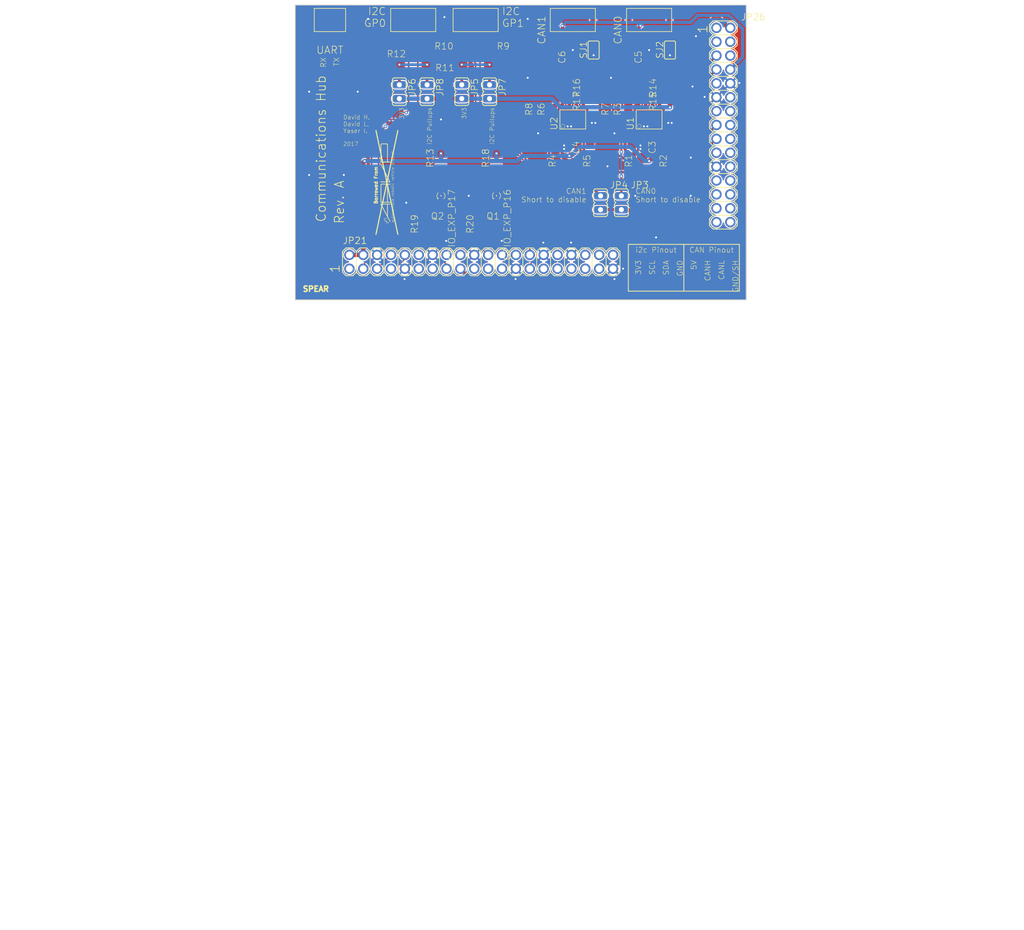
<source format=kicad_pcb>
(kicad_pcb (version 20171130) (host pcbnew 5.0.0-fee4fd1~66~ubuntu16.04.1)
  (layers (0 Top signal) (31 Bottom signal) (34 B.Paste user) (35 F.Paste user) (36 B.SilkS user) (37 F.SilkS user) (38 B.Mask user) (39 F.Mask user) (44 Edge.Cuts user))
  (net 0 "")
  (net 1 GND)
  (net 2 +3V3)
  (net 3 +5V)
  (net 4 "Net-(JP21-Pad40)")
  (net 5 "Net-(JP21-Pad38)")
  (net 6 "Net-(JP21-Pad37)")
  (net 7 "Net-(JP21-Pad36)")
  (net 8 "Net-(JP21-Pad35)")
  (net 9 "Net-(JP21-Pad33)")
  (net 10 "Net-(JP21-Pad32)")
  (net 11 "Net-(JP21-Pad31)")
  (net 12 "Net-(JP21-Pad29)")
  (net 13 /I2C_GP1_SCL)
  (net 14 /I2C_GP1_SDA)
  (net 15 "Net-(JP21-Pad26)")
  (net 16 "Net-(JP21-Pad24)")
  (net 17 "Net-(JP21-Pad23)")
  (net 18 /GPIO_EXP_P16)
  (net 19 "Net-(JP21-Pad21)")
  (net 20 "Net-(JP21-Pad19)")
  (net 21 "Net-(JP21-Pad18)")
  (net 22 "Net-(JP21-Pad16)")
  (net 23 /GPIO_EXP_P17)
  (net 24 "Net-(JP21-Pad13)")
  (net 25 "Net-(JP21-Pad12)")
  (net 26 "Net-(JP21-Pad11)")
  (net 27 /UART1_RX)
  (net 28 /UART1_TX)
  (net 29 "Net-(JP21-Pad7)")
  (net 30 /I2C_GP0_SCL)
  (net 31 /I2C_GP0_SDA)
  (net 32 "Net-(JP26-Pad30)")
  (net 33 "Net-(JP26-Pad29)")
  (net 34 "Net-(JP26-Pad28)")
  (net 35 "Net-(JP26-Pad27)")
  (net 36 "Net-(JP26-Pad26)")
  (net 37 "Net-(JP26-Pad25)")
  (net 38 "Net-(JP26-Pad24)")
  (net 39 "Net-(JP26-Pad23)")
  (net 40 "Net-(JP26-Pad22)")
  (net 41 "Net-(JP26-Pad20)")
  (net 42 "Net-(JP26-Pad19)")
  (net 43 "Net-(JP26-Pad18)")
  (net 44 /CAN1_TX_T)
  (net 45 "Net-(JP26-Pad16)")
  (net 46 /CAN1_RX_T)
  (net 47 "Net-(JP26-Pad14)")
  (net 48 "Net-(JP26-Pad13)")
  (net 49 "Net-(JP26-Pad12)")
  (net 50 "Net-(JP26-Pad9)")
  (net 51 /CAN0_TX_T)
  (net 52 "Net-(JP26-Pad6)")
  (net 53 /CAN0_RX_T)
  (net 54 "Net-(JP26-Pad4)")
  (net 55 "Net-(JP26-Pad3)")
  (net 56 "Net-(JP26-Pad1)")
  (net 57 "Net-(JP7-Pad1)")
  (net 58 "Net-(JP8-Pad1)")
  (net 59 "Net-(GPIO_EXP_P17-PadC)")
  (net 60 "Net-(GPIO_EXP_P17-PadA)")
  (net 61 "Net-(GPIO_EXP_P16-PadC)")
  (net 62 "Net-(GPIO_EXP_P16-PadA)")
  (net 63 "Net-(R2-Pad2)")
  (net 64 "Net-(CON4-PadP$2)")
  (net 65 "Net-(CON4-PadP$3)")
  (net 66 "Net-(R3-Pad2)")
  (net 67 "Net-(R1-Pad2)")
  (net 68 "Net-(R5-Pad2)")
  (net 69 "Net-(CON5-PadP$2)")
  (net 70 "Net-(CON5-PadP$3)")
  (net 71 "Net-(R6-Pad2)")
  (net 72 "Net-(R4-Pad2)")
  (net 73 "Net-(C5-Pad1)")
  (net 74 "Net-(C6-Pad1)")
  (net 75 "Net-(JP3-Pad1)")
  (net 76 "Net-(JP4-Pad1)")
  (net 77 "Net-(CON4-PadP$1)")
  (net 78 "Net-(CON5-PadP$1)")
  (net 79 "Net-(CON2-PadP$4)")
  (net 80 "Net-(CON1-PadP$4)")
  (net 81 "Net-(Q1-Pad1)")
  (net 82 "Net-(Q2-Pad1)")
  (net 83 "Net-(U1-Pad5)")
  (net 84 "Net-(U2-Pad5)")
  (module communication-hub:2X20 (layer Top) (at 141.2621 125.0315)
    (fp_text reference JP21 (at -25.4 -3.175) (layer F.SilkS) (effects (font (size 1.2065 1.2065) (thickness 0.127)) (justify left bottom)))
    (fp_text value PINHD-2X20)
    (pad 40 thru_hole circle (at 24.13 -1.27) (size 1.905 1.905) (drill 1.27) (layers *.Cu *.Mask) (net 4 "Net-(JP21-Pad40)"))
    (pad 39 thru_hole circle (at 24.13 1.27) (size 1.905 1.905) (drill 1.27) (layers *.Cu *.Mask) (net 1 GND))
    (pad 38 thru_hole circle (at 21.59 -1.27) (size 1.905 1.905) (drill 1.27) (layers *.Cu *.Mask) (net 5 "Net-(JP21-Pad38)"))
    (pad 37 thru_hole circle (at 21.59 1.27) (size 1.905 1.905) (drill 1.27) (layers *.Cu *.Mask) (net 6 "Net-(JP21-Pad37)"))
    (pad 36 thru_hole circle (at 19.05 -1.27) (size 1.905 1.905) (drill 1.27) (layers *.Cu *.Mask) (net 7 "Net-(JP21-Pad36)"))
    (pad 35 thru_hole circle (at 19.05 1.27) (size 1.905 1.905) (drill 1.27) (layers *.Cu *.Mask) (net 8 "Net-(JP21-Pad35)"))
    (pad 34 thru_hole circle (at 16.51 -1.27) (size 1.905 1.905) (drill 1.27) (layers *.Cu *.Mask) (net 1 GND))
    (pad 33 thru_hole circle (at 16.51 1.27) (size 1.905 1.905) (drill 1.27) (layers *.Cu *.Mask) (net 9 "Net-(JP21-Pad33)"))
    (pad 32 thru_hole circle (at 13.97 -1.27) (size 1.905 1.905) (drill 1.27) (layers *.Cu *.Mask) (net 10 "Net-(JP21-Pad32)"))
    (pad 31 thru_hole circle (at 13.97 1.27) (size 1.905 1.905) (drill 1.27) (layers *.Cu *.Mask) (net 11 "Net-(JP21-Pad31)"))
    (pad 30 thru_hole circle (at 11.43 -1.27) (size 1.905 1.905) (drill 1.27) (layers *.Cu *.Mask) (net 1 GND))
    (pad 29 thru_hole circle (at 11.43 1.27) (size 1.905 1.905) (drill 1.27) (layers *.Cu *.Mask) (net 12 "Net-(JP21-Pad29)"))
    (pad 28 thru_hole circle (at 8.89 -1.27) (size 1.905 1.905) (drill 1.27) (layers *.Cu *.Mask) (net 13 /I2C_GP1_SCL))
    (pad 27 thru_hole circle (at 8.89 1.27) (size 1.905 1.905) (drill 1.27) (layers *.Cu *.Mask) (net 14 /I2C_GP1_SDA))
    (pad 26 thru_hole circle (at 6.35 -1.27) (size 1.905 1.905) (drill 1.27) (layers *.Cu *.Mask) (net 15 "Net-(JP21-Pad26)"))
    (pad 25 thru_hole circle (at 6.35 1.27) (size 1.905 1.905) (drill 1.27) (layers *.Cu *.Mask) (net 1 GND))
    (pad 24 thru_hole circle (at 3.81 -1.27) (size 1.905 1.905) (drill 1.27) (layers *.Cu *.Mask) (net 16 "Net-(JP21-Pad24)"))
    (pad 23 thru_hole circle (at 3.81 1.27) (size 1.905 1.905) (drill 1.27) (layers *.Cu *.Mask) (net 17 "Net-(JP21-Pad23)"))
    (pad 22 thru_hole circle (at 1.27 -1.27) (size 1.905 1.905) (drill 1.27) (layers *.Cu *.Mask) (net 18 /GPIO_EXP_P16))
    (pad 21 thru_hole circle (at 1.27 1.27) (size 1.905 1.905) (drill 1.27) (layers *.Cu *.Mask) (net 19 "Net-(JP21-Pad21)"))
    (pad 20 thru_hole circle (at -1.27 -1.27) (size 1.905 1.905) (drill 1.27) (layers *.Cu *.Mask) (net 1 GND))
    (pad 19 thru_hole circle (at -1.27 1.27) (size 1.905 1.905) (drill 1.27) (layers *.Cu *.Mask) (net 20 "Net-(JP21-Pad19)"))
    (pad 18 thru_hole circle (at -3.81 -1.27) (size 1.905 1.905) (drill 1.27) (layers *.Cu *.Mask) (net 21 "Net-(JP21-Pad18)"))
    (pad 17 thru_hole circle (at -3.81 1.27) (size 1.905 1.905) (drill 1.27) (layers *.Cu *.Mask) (net 2 +3V3))
    (pad 16 thru_hole circle (at -6.35 -1.27) (size 1.905 1.905) (drill 1.27) (layers *.Cu *.Mask) (net 22 "Net-(JP21-Pad16)"))
    (pad 15 thru_hole circle (at -6.35 1.27) (size 1.905 1.905) (drill 1.27) (layers *.Cu *.Mask) (net 23 /GPIO_EXP_P17))
    (pad 14 thru_hole circle (at -8.89 -1.27) (size 1.905 1.905) (drill 1.27) (layers *.Cu *.Mask) (net 1 GND))
    (pad 13 thru_hole circle (at -8.89 1.27) (size 1.905 1.905) (drill 1.27) (layers *.Cu *.Mask) (net 24 "Net-(JP21-Pad13)"))
    (pad 12 thru_hole circle (at -11.43 -1.27) (size 1.905 1.905) (drill 1.27) (layers *.Cu *.Mask) (net 25 "Net-(JP21-Pad12)"))
    (pad 11 thru_hole circle (at -11.43 1.27) (size 1.905 1.905) (drill 1.27) (layers *.Cu *.Mask) (net 26 "Net-(JP21-Pad11)"))
    (pad 10 thru_hole circle (at -13.97 -1.27) (size 1.905 1.905) (drill 1.27) (layers *.Cu *.Mask) (net 27 /UART1_RX))
    (pad 9 thru_hole circle (at -13.97 1.27) (size 1.905 1.905) (drill 1.27) (layers *.Cu *.Mask) (net 1 GND))
    (pad 8 thru_hole circle (at -16.51 -1.27) (size 1.905 1.905) (drill 1.27) (layers *.Cu *.Mask) (net 28 /UART1_TX))
    (pad 7 thru_hole circle (at -16.51 1.27) (size 1.905 1.905) (drill 1.27) (layers *.Cu *.Mask) (net 29 "Net-(JP21-Pad7)"))
    (pad 6 thru_hole circle (at -19.05 -1.27) (size 1.905 1.905) (drill 1.27) (layers *.Cu *.Mask) (net 1 GND))
    (pad 5 thru_hole circle (at -19.05 1.27) (size 1.905 1.905) (drill 1.27) (layers *.Cu *.Mask) (net 30 /I2C_GP0_SCL))
    (pad 4 thru_hole circle (at -21.59 -1.27) (size 1.905 1.905) (drill 1.27) (layers *.Cu *.Mask) (net 3 +5V))
    (pad 3 thru_hole circle (at -21.59 1.27) (size 1.905 1.905) (drill 1.27) (layers *.Cu *.Mask) (net 31 /I2C_GP0_SDA))
    (pad 2 thru_hole circle (at -24.13 -1.27) (size 1.905 1.905) (drill 1.27) (layers *.Cu *.Mask) (net 3 +5V))
    (pad 1 thru_hole circle (at -24.13 1.27) (size 1.905 1.905) (drill 1.27) (layers *.Cu *.Mask) (net 2 +3V3))
  )
  (module communication-hub:2X15 (layer Top) (at 185.5851 99.9871 270)
    (fp_text reference JP26 (at -19.05 -3.175) (layer F.SilkS) (effects (font (size 1.2065 1.2065) (thickness 0.12065)) (justify left bottom)))
    (fp_text value PINHD-2X15)
    (pad 30 thru_hole circle (at 17.78 -1.27 270) (size 1.905 1.905) (drill 1.27) (layers *.Cu *.Mask) (net 32 "Net-(JP26-Pad30)"))
    (pad 29 thru_hole circle (at 17.78 1.27 270) (size 1.905 1.905) (drill 1.27) (layers *.Cu *.Mask) (net 33 "Net-(JP26-Pad29)"))
    (pad 28 thru_hole circle (at 15.24 -1.27 270) (size 1.905 1.905) (drill 1.27) (layers *.Cu *.Mask) (net 34 "Net-(JP26-Pad28)"))
    (pad 27 thru_hole circle (at 15.24 1.27 270) (size 1.905 1.905) (drill 1.27) (layers *.Cu *.Mask) (net 35 "Net-(JP26-Pad27)"))
    (pad 26 thru_hole circle (at 12.7 -1.27 270) (size 1.905 1.905) (drill 1.27) (layers *.Cu *.Mask) (net 36 "Net-(JP26-Pad26)"))
    (pad 25 thru_hole circle (at 12.7 1.27 270) (size 1.905 1.905) (drill 1.27) (layers *.Cu *.Mask) (net 37 "Net-(JP26-Pad25)"))
    (pad 24 thru_hole circle (at 10.16 -1.27 270) (size 1.905 1.905) (drill 1.27) (layers *.Cu *.Mask) (net 38 "Net-(JP26-Pad24)"))
    (pad 23 thru_hole circle (at 10.16 1.27 270) (size 1.905 1.905) (drill 1.27) (layers *.Cu *.Mask) (net 39 "Net-(JP26-Pad23)"))
    (pad 22 thru_hole circle (at 7.62 -1.27 270) (size 1.905 1.905) (drill 1.27) (layers *.Cu *.Mask) (net 40 "Net-(JP26-Pad22)"))
    (pad 21 thru_hole circle (at 7.62 1.27 270) (size 1.905 1.905) (drill 1.27) (layers *.Cu *.Mask) (net 1 GND))
    (pad 20 thru_hole circle (at 5.08 -1.27 270) (size 1.905 1.905) (drill 1.27) (layers *.Cu *.Mask) (net 41 "Net-(JP26-Pad20)"))
    (pad 19 thru_hole circle (at 5.08 1.27 270) (size 1.905 1.905) (drill 1.27) (layers *.Cu *.Mask) (net 42 "Net-(JP26-Pad19)"))
    (pad 18 thru_hole circle (at 2.54 -1.27 270) (size 1.905 1.905) (drill 1.27) (layers *.Cu *.Mask) (net 43 "Net-(JP26-Pad18)"))
    (pad 17 thru_hole circle (at 2.54 1.27 270) (size 1.905 1.905) (drill 1.27) (layers *.Cu *.Mask) (net 44 /CAN1_TX_T))
    (pad 16 thru_hole circle (at 0 -1.27 270) (size 1.905 1.905) (drill 1.27) (layers *.Cu *.Mask) (net 45 "Net-(JP26-Pad16)"))
    (pad 15 thru_hole circle (at 0 1.27 270) (size 1.905 1.905) (drill 1.27) (layers *.Cu *.Mask) (net 46 /CAN1_RX_T))
    (pad 14 thru_hole circle (at -2.54 -1.27 270) (size 1.905 1.905) (drill 1.27) (layers *.Cu *.Mask) (net 47 "Net-(JP26-Pad14)"))
    (pad 13 thru_hole circle (at -2.54 1.27 270) (size 1.905 1.905) (drill 1.27) (layers *.Cu *.Mask) (net 48 "Net-(JP26-Pad13)"))
    (pad 12 thru_hole circle (at -5.08 -1.27 270) (size 1.905 1.905) (drill 1.27) (layers *.Cu *.Mask) (net 49 "Net-(JP26-Pad12)"))
    (pad 11 thru_hole circle (at -5.08 1.27 270) (size 1.905 1.905) (drill 1.27) (layers *.Cu *.Mask) (net 1 GND))
    (pad 10 thru_hole circle (at -7.62 -1.27 270) (size 1.905 1.905) (drill 1.27) (layers *.Cu *.Mask) (net 1 GND))
    (pad 9 thru_hole circle (at -7.62 1.27 270) (size 1.905 1.905) (drill 1.27) (layers *.Cu *.Mask) (net 50 "Net-(JP26-Pad9)"))
    (pad 8 thru_hole circle (at -10.16 -1.27 270) (size 1.905 1.905) (drill 1.27) (layers *.Cu *.Mask) (net 3 +5V))
    (pad 7 thru_hole circle (at -10.16 1.27 270) (size 1.905 1.905) (drill 1.27) (layers *.Cu *.Mask) (net 51 /CAN0_TX_T))
    (pad 6 thru_hole circle (at -12.7 -1.27 270) (size 1.905 1.905) (drill 1.27) (layers *.Cu *.Mask) (net 52 "Net-(JP26-Pad6)"))
    (pad 5 thru_hole circle (at -12.7 1.27 270) (size 1.905 1.905) (drill 1.27) (layers *.Cu *.Mask) (net 53 /CAN0_RX_T))
    (pad 4 thru_hole circle (at -15.24 -1.27 270) (size 1.905 1.905) (drill 1.27) (layers *.Cu *.Mask) (net 54 "Net-(JP26-Pad4)"))
    (pad 3 thru_hole circle (at -15.24 1.27 270) (size 1.905 1.905) (drill 1.27) (layers *.Cu *.Mask) (net 55 "Net-(JP26-Pad3)"))
    (pad 2 thru_hole circle (at -17.78 -1.27 270) (size 1.905 1.905) (drill 1.27) (layers *.Cu *.Mask) (net 2 +3V3))
    (pad 1 thru_hole circle (at -17.78 1.27 270) (size 1.905 1.905) (drill 1.27) (layers *.Cu *.Mask) (net 56 "Net-(JP26-Pad1)"))
  )
  (module communication-hub:M1206 (layer Top) (at 142.7861 87.5411 270)
    (fp_text reference R9 (at -1.27 -1.27) (layer F.SilkS) (effects (font (size 1.2065 1.2065) (thickness 0.09652)) (justify left bottom)))
    (fp_text value 10K)
    (pad 2 smd rect (at 1.4 0 270) (size 1.6 2) (layers Top F.Paste F.Mask) (net 57 "Net-(JP7-Pad1)"))
    (pad 1 smd rect (at -1.4 0 270) (size 1.6 2) (layers Top F.Paste F.Mask) (net 14 /I2C_GP1_SDA))
  )
  (module communication-hub:M1206 (layer Top) (at 131.3561 87.5411 270)
    (fp_text reference R10 (at -1.27 -1.27) (layer F.SilkS) (effects (font (size 1.2065 1.2065) (thickness 0.09652)) (justify left bottom)))
    (fp_text value 10K)
    (pad 2 smd rect (at 1.4 0 270) (size 1.6 2) (layers Top F.Paste F.Mask) (net 58 "Net-(JP8-Pad1)"))
    (pad 1 smd rect (at -1.4 0 270) (size 1.6 2) (layers Top F.Paste F.Mask) (net 31 /I2C_GP0_SDA))
  )
  (module communication-hub:M1206 (layer Top) (at 126.2761 87.5411 270)
    (fp_text reference R12 (at -1.27 -1.27) (layer F.SilkS) (effects (font (size 1.2065 1.2065) (thickness 0.09652)) (justify right top)))
    (fp_text value 100K)
    (pad 2 smd rect (at 1.4 0 270) (size 1.6 2) (layers Top F.Paste F.Mask) (net 58 "Net-(JP8-Pad1)"))
    (pad 1 smd rect (at -1.4 0 270) (size 1.6 2) (layers Top F.Paste F.Mask) (net 30 /I2C_GP0_SCL))
  )
  (module communication-hub:M1206 (layer Top) (at 137.7061 87.5411 90)
    (fp_text reference R11 (at -1.27 -1.27) (layer F.SilkS) (effects (font (size 1.2065 1.2065) (thickness 0.09652)) (justify right top)))
    (fp_text value 10K)
    (pad 2 smd rect (at 1.4 0 90) (size 1.6 2) (layers Top F.Paste F.Mask) (net 13 /I2C_GP1_SCL))
    (pad 1 smd rect (at -1.4 0 90) (size 1.6 2) (layers Top F.Paste F.Mask) (net 57 "Net-(JP7-Pad1)"))
  )
  (module communication-hub:LED_1206 (layer Top) (at 133.8961 112.9411 270)
    (fp_text reference GPIO_EXP_P17 (at -1.27 -1.27 90) (layer F.SilkS) (effects (font (size 1.2065 1.2065) (thickness 0.09652)) (justify right top)))
    (fp_text value XZM2ACR55W-3)
    (pad C smd rect (at 1.422 0 270) (size 1.6 1.803) (layers Top F.Paste F.Mask) (net 59 "Net-(GPIO_EXP_P17-PadC)"))
    (pad A smd rect (at -1.422 0 270) (size 1.6 1.803) (layers Top F.Paste F.Mask) (net 60 "Net-(GPIO_EXP_P17-PadA)"))
  )
  (module communication-hub:LED_1206 (layer Top) (at 144.0561 112.9411 270)
    (fp_text reference GPIO_EXP_P16 (at -1.27 -1.27 90) (layer F.SilkS) (effects (font (size 1.2065 1.2065) (thickness 0.09652)) (justify right top)))
    (fp_text value XZDG55W-3)
    (pad C smd rect (at 1.422 0 270) (size 1.6 1.803) (layers Top F.Paste F.Mask) (net 61 "Net-(GPIO_EXP_P16-PadC)"))
    (pad A smd rect (at -1.422 0 270) (size 1.6 1.803) (layers Top F.Paste F.Mask) (net 62 "Net-(GPIO_EXP_P16-PadA)"))
  )
  (module communication-hub:M1206 (layer Top) (at 133.8961 106.5911 90)
    (fp_text reference R13 (at -1.27 -1.27 90) (layer F.SilkS) (effects (font (size 1.2065 1.2065) (thickness 0.1016)) (justify left bottom)))
    (fp_text value 140)
    (pad 2 smd rect (at 1.4 0 90) (size 1.6 2) (layers Top F.Paste F.Mask) (net 3 +5V))
    (pad 1 smd rect (at -1.4 0 90) (size 1.6 2) (layers Top F.Paste F.Mask) (net 60 "Net-(GPIO_EXP_P17-PadA)"))
  )
  (module communication-hub:M1206 (layer Top) (at 144.0561 106.5911 90)
    (fp_text reference R18 (at -1.27 -1.27 90) (layer F.SilkS) (effects (font (size 1.2065 1.2065) (thickness 0.1016)) (justify left bottom)))
    (fp_text value 85)
    (pad 2 smd rect (at 1.4 0 90) (size 1.6 2) (layers Top F.Paste F.Mask) (net 3 +5V))
    (pad 1 smd rect (at -1.4 0 90) (size 1.6 2) (layers Top F.Paste F.Mask) (net 62 "Net-(GPIO_EXP_P16-PadA)"))
  )
  (module communication-hub:SO-8 (layer Top) (at 171.9961 98.9711 90)
    (fp_text reference U1 (at -2.032 -2.7305 90) (layer F.SilkS) (effects (font (size 1.2065 1.2065) (thickness 0.12065)) (justify left bottom)))
    (fp_text value TCAN1042HVDR)
    (pad 5 smd rect (at 2.6924 1.905 90) (size 1.524 0.6096) (layers Top F.Paste F.Mask) (net 83 "Net-(U1-Pad5)"))
    (pad 4 smd rect (at -2.6924 1.905 90) (size 1.524 0.6096) (layers Top F.Paste F.Mask) (net 63 "Net-(R2-Pad2)"))
    (pad 6 smd rect (at 2.6924 0.635 90) (size 1.524 0.6096) (layers Top F.Paste F.Mask) (net 64 "Net-(CON4-PadP$2)"))
    (pad 7 smd rect (at 2.6924 -0.635 90) (size 1.524 0.6096) (layers Top F.Paste F.Mask) (net 65 "Net-(CON4-PadP$3)"))
    (pad 3 smd rect (at -2.6924 0.635 90) (size 1.524 0.6096) (layers Top F.Paste F.Mask) (net 3 +5V))
    (pad 2 smd rect (at -2.6924 -0.635 90) (size 1.524 0.6096) (layers Top F.Paste F.Mask) (net 1 GND))
    (pad 8 smd rect (at 2.6924 -1.905 90) (size 1.524 0.6096) (layers Top F.Paste F.Mask) (net 66 "Net-(R3-Pad2)"))
    (pad 1 smd rect (at -2.6924 -1.905 90) (size 1.524 0.6096) (layers Top F.Paste F.Mask) (net 67 "Net-(R1-Pad2)"))
  )
  (module communication-hub:SO-8 (layer Top) (at 158.0261 98.9711 90)
    (fp_text reference U2 (at -2.032 -2.7305 90) (layer F.SilkS) (effects (font (size 1.2065 1.2065) (thickness 0.12065)) (justify left bottom)))
    (fp_text value TCAN1042HVDR)
    (pad 5 smd rect (at 2.6924 1.905 90) (size 1.524 0.6096) (layers Top F.Paste F.Mask) (net 84 "Net-(U2-Pad5)"))
    (pad 4 smd rect (at -2.6924 1.905 90) (size 1.524 0.6096) (layers Top F.Paste F.Mask) (net 68 "Net-(R5-Pad2)"))
    (pad 6 smd rect (at 2.6924 0.635 90) (size 1.524 0.6096) (layers Top F.Paste F.Mask) (net 69 "Net-(CON5-PadP$2)"))
    (pad 7 smd rect (at 2.6924 -0.635 90) (size 1.524 0.6096) (layers Top F.Paste F.Mask) (net 70 "Net-(CON5-PadP$3)"))
    (pad 3 smd rect (at -2.6924 0.635 90) (size 1.524 0.6096) (layers Top F.Paste F.Mask) (net 3 +5V))
    (pad 2 smd rect (at -2.6924 -0.635 90) (size 1.524 0.6096) (layers Top F.Paste F.Mask) (net 1 GND))
    (pad 8 smd rect (at 2.6924 -1.905 90) (size 1.524 0.6096) (layers Top F.Paste F.Mask) (net 71 "Net-(R6-Pad2)"))
    (pad 1 smd rect (at -2.6924 -1.905 90) (size 1.524 0.6096) (layers Top F.Paste F.Mask) (net 72 "Net-(R4-Pad2)"))
  )
  (module communication-hub:C0805 (layer Top) (at 171.9961 104.0511 180)
    (fp_text reference C3 (at -1.27 -1.27 90) (layer F.SilkS) (effects (font (size 1.2065 1.2065) (thickness 0.09652)) (justify left bottom)))
    (fp_text value 10u)
    (pad 2 smd rect (at 0.95 0 180) (size 1.3 1.5) (layers Top F.Paste F.Mask) (net 1 GND))
    (pad 1 smd rect (at -0.95 0 180) (size 1.3 1.5) (layers Top F.Paste F.Mask) (net 3 +5V))
  )
  (module communication-hub:C0805 (layer Top) (at 158.0261 104.0511 180)
    (fp_text reference C4 (at -1.27 -1.27 90) (layer F.SilkS) (effects (font (size 1.2065 1.2065) (thickness 0.09652)) (justify left bottom)))
    (fp_text value 10u)
    (pad 2 smd rect (at 0.95 0 180) (size 1.3 1.5) (layers Top F.Paste F.Mask) (net 1 GND))
    (pad 1 smd rect (at -0.95 0 180) (size 1.3 1.5) (layers Top F.Paste F.Mask) (net 3 +5V))
  )
  (module communication-hub:C0805 (layer Top) (at 171.9961 87.5411 90)
    (fp_text reference C5 (at -1.27 -1.27 90) (layer F.SilkS) (effects (font (size 1.2065 1.2065) (thickness 0.09652)) (justify left bottom)))
    (fp_text value 4n7)
    (pad 2 smd rect (at 0.95 0 90) (size 1.3 1.5) (layers Top F.Paste F.Mask) (net 1 GND))
    (pad 1 smd rect (at -0.95 0 90) (size 1.3 1.5) (layers Top F.Paste F.Mask) (net 73 "Net-(C5-Pad1)"))
  )
  (module communication-hub:C0805 (layer Top) (at 158.0261 87.5411 90)
    (fp_text reference C6 (at -1.27 -1.27 90) (layer F.SilkS) (effects (font (size 1.2065 1.2065) (thickness 0.09652)) (justify left bottom)))
    (fp_text value 4n7)
    (pad 2 smd rect (at 0.95 0 90) (size 1.3 1.5) (layers Top F.Paste F.Mask) (net 1 GND))
    (pad 1 smd rect (at -0.95 0 90) (size 1.3 1.5) (layers Top F.Paste F.Mask) (net 74 "Net-(C6-Pad1)"))
  )
  (module communication-hub:R0805 (layer Top) (at 168.8211 104.6861 90)
    (fp_text reference R1 (at -0.635 -1.27 90) (layer F.SilkS) (effects (font (size 1.2065 1.2065) (thickness 0.09652)) (justify right top)))
    (fp_text value 220)
    (pad 2 smd rect (at 0.95 0 90) (size 1.3 1.5) (layers Top F.Paste F.Mask) (net 67 "Net-(R1-Pad2)"))
    (pad 1 smd rect (at -0.95 0 90) (size 1.3 1.5) (layers Top F.Paste F.Mask) (net 51 /CAN0_TX_T))
  )
  (module communication-hub:R0805 (layer Top) (at 175.1711 104.6861 90)
    (fp_text reference R2 (at -0.635 -1.27 90) (layer F.SilkS) (effects (font (size 1.2065 1.2065) (thickness 0.09652)) (justify right top)))
    (fp_text value 220)
    (pad 2 smd rect (at 0.95 0 90) (size 1.3 1.5) (layers Top F.Paste F.Mask) (net 63 "Net-(R2-Pad2)"))
    (pad 1 smd rect (at -0.95 0 90) (size 1.3 1.5) (layers Top F.Paste F.Mask) (net 53 /CAN0_RX_T))
  )
  (module communication-hub:R0805 (layer Top) (at 168.1861 97.7011 90)
    (fp_text reference R3 (at -0.635 -1.27 90) (layer F.SilkS) (effects (font (size 1.2065 1.2065) (thickness 0.09652)) (justify left bottom)))
    (fp_text value 1k)
    (pad 2 smd rect (at 0.95 0 90) (size 1.3 1.5) (layers Top F.Paste F.Mask) (net 66 "Net-(R3-Pad2)"))
    (pad 1 smd rect (at -0.95 0 90) (size 1.3 1.5) (layers Top F.Paste F.Mask) (net 75 "Net-(JP3-Pad1)"))
  )
  (module communication-hub:R0805 (layer Top) (at 154.8511 104.6861 90)
    (fp_text reference R4 (at -0.635 -1.27 90) (layer F.SilkS) (effects (font (size 1.2065 1.2065) (thickness 0.09652)) (justify right top)))
    (fp_text value 220)
    (pad 2 smd rect (at 0.95 0 90) (size 1.3 1.5) (layers Top F.Paste F.Mask) (net 72 "Net-(R4-Pad2)"))
    (pad 1 smd rect (at -0.95 0 90) (size 1.3 1.5) (layers Top F.Paste F.Mask) (net 44 /CAN1_TX_T))
  )
  (module communication-hub:R0805 (layer Top) (at 161.2011 104.6861 90)
    (fp_text reference R5 (at -0.635 -1.27 90) (layer F.SilkS) (effects (font (size 1.2065 1.2065) (thickness 0.09652)) (justify right top)))
    (fp_text value 220)
    (pad 2 smd rect (at 0.95 0 90) (size 1.3 1.5) (layers Top F.Paste F.Mask) (net 68 "Net-(R5-Pad2)"))
    (pad 1 smd rect (at -0.95 0 90) (size 1.3 1.5) (layers Top F.Paste F.Mask) (net 46 /CAN1_RX_T))
  )
  (module communication-hub:R0805 (layer Top) (at 154.2161 97.7011 90)
    (fp_text reference R6 (at -0.635 -1.27 90) (layer F.SilkS) (effects (font (size 1.2065 1.2065) (thickness 0.09652)) (justify left bottom)))
    (fp_text value 1K)
    (pad 2 smd rect (at 0.95 0 90) (size 1.3 1.5) (layers Top F.Paste F.Mask) (net 71 "Net-(R6-Pad2)"))
    (pad 1 smd rect (at -0.95 0 90) (size 1.3 1.5) (layers Top F.Paste F.Mask) (net 76 "Net-(JP4-Pad1)"))
  )
  (module communication-hub:R1206 (layer Top) (at 170.7261 92.6211 270)
    (fp_text reference R14 (at -1.27 -1.27 90) (layer F.SilkS) (effects (font (size 1.2065 1.2065) (thickness 0.09652)) (justify right top)))
    (fp_text value 60)
    (pad 1 smd rect (at -1.422 0 270) (size 1.6 1.803) (layers Top F.Paste F.Mask) (net 73 "Net-(C5-Pad1)"))
    (pad 2 smd rect (at 1.422 0 270) (size 1.6 1.803) (layers Top F.Paste F.Mask) (net 65 "Net-(CON4-PadP$3)"))
  )
  (module communication-hub:R1206 (layer Top) (at 173.2661 92.6211 90)
    (fp_text reference R15 (at -1.27 -1.27 90) (layer F.SilkS) (effects (font (size 1.2065 1.2065) (thickness 0.09652)) (justify right top)))
    (fp_text value 60)
    (pad 1 smd rect (at -1.422 0 90) (size 1.6 1.803) (layers Top F.Paste F.Mask) (net 64 "Net-(CON4-PadP$2)"))
    (pad 2 smd rect (at 1.422 0 90) (size 1.6 1.803) (layers Top F.Paste F.Mask) (net 73 "Net-(C5-Pad1)"))
  )
  (module communication-hub:R1206 (layer Top) (at 156.7561 92.6211 270)
    (fp_text reference R16 (at -1.27 -1.27 90) (layer F.SilkS) (effects (font (size 1.2065 1.2065) (thickness 0.09652)) (justify right top)))
    (fp_text value 60)
    (pad 1 smd rect (at -1.422 0 270) (size 1.6 1.803) (layers Top F.Paste F.Mask) (net 74 "Net-(C6-Pad1)"))
    (pad 2 smd rect (at 1.422 0 270) (size 1.6 1.803) (layers Top F.Paste F.Mask) (net 70 "Net-(CON5-PadP$3)"))
  )
  (module communication-hub:R1206 (layer Top) (at 159.2961 92.6211 90)
    (fp_text reference R17 (at -1.27 -1.27 90) (layer F.SilkS) (effects (font (size 1.2065 1.2065) (thickness 0.09652)) (justify right top)))
    (fp_text value 60)
    (pad 1 smd rect (at -1.422 0 90) (size 1.6 1.803) (layers Top F.Paste F.Mask) (net 69 "Net-(CON5-PadP$2)"))
    (pad 2 smd rect (at 1.422 0 90) (size 1.6 1.803) (layers Top F.Paste F.Mask) (net 74 "Net-(C6-Pad1)"))
  )
  (module communication-hub:SJ (layer Top) (at 175.8061 86.2711 90)
    (fp_text reference SJ2 (at -1.651 -1.143 90) (layer F.SilkS) (effects (font (size 1.2065 1.2065) (thickness 0.12065)) (justify left bottom)))
    (fp_text value SJ)
    (pad 2 smd rect (at 0.762 0 90) (size 1.1684 1.6002) (layers Top F.Paste F.Mask) (net 77 "Net-(CON4-PadP$1)"))
    (pad 1 smd rect (at -0.762 0 90) (size 1.1684 1.6002) (layers Top F.Paste F.Mask) (net 1 GND))
  )
  (module communication-hub:SJ (layer Top) (at 161.8361 86.2711 90)
    (fp_text reference SJ1 (at -1.651 -1.143 90) (layer F.SilkS) (effects (font (size 1.2065 1.2065) (thickness 0.12065)) (justify left bottom)))
    (fp_text value SJ)
    (pad 2 smd rect (at 0.762 0 90) (size 1.1684 1.6002) (layers Top F.Paste F.Mask) (net 78 "Net-(CON5-PadP$1)"))
    (pad 1 smd rect (at -0.762 0 90) (size 1.1684 1.6002) (layers Top F.Paste F.Mask) (net 1 GND))
  )
  (module communication-hub:JP1 (layer Top) (at 163.1061 114.2111 180)
    (fp_text reference JP4 (at -1.651 2.54) (layer F.SilkS) (effects (font (size 1.2065 1.2065) (thickness 0.12065)) (justify left bottom)))
    (fp_text value JP1Q)
    (pad 2 thru_hole oval (at 0 -1.27 180) (size 2.7432 1.3716) (drill 0.9144) (layers *.Cu *.Mask) (net 2 +3V3))
    (pad 1 thru_hole oval (at 0 1.27 180) (size 2.7432 1.3716) (drill 0.9144) (layers *.Cu *.Mask) (net 76 "Net-(JP4-Pad1)"))
  )
  (module communication-hub:JP1 (layer Top) (at 166.9161 114.2111 180)
    (fp_text reference JP3 (at -1.651 2.54) (layer F.SilkS) (effects (font (size 1.2065 1.2065) (thickness 0.12065)) (justify left bottom)))
    (fp_text value JP1Q)
    (pad 2 thru_hole oval (at 0 -1.27 180) (size 2.7432 1.3716) (drill 0.9144) (layers *.Cu *.Mask) (net 2 +3V3))
    (pad 1 thru_hole oval (at 0 1.27 180) (size 2.7432 1.3716) (drill 0.9144) (layers *.Cu *.Mask) (net 75 "Net-(JP3-Pad1)"))
  )
  (module communication-hub:JP1 (layer Top) (at 142.7861 93.8911 180)
    (fp_text reference JP7 (at -1.651 2.54 90) (layer F.SilkS) (effects (font (size 1.2065 1.2065) (thickness 0.12065)) (justify right top)))
    (fp_text value JP1Q)
    (pad 2 thru_hole oval (at 0 -1.27 180) (size 2.7432 1.3716) (drill 0.9144) (layers *.Cu *.Mask) (net 2 +3V3))
    (pad 1 thru_hole oval (at 0 1.27 180) (size 2.7432 1.3716) (drill 0.9144) (layers *.Cu *.Mask) (net 57 "Net-(JP7-Pad1)"))
  )
  (module communication-hub:JP1 (layer Top) (at 131.3561 93.8911 180)
    (fp_text reference JP8 (at -1.651 2.54 90) (layer F.SilkS) (effects (font (size 1.2065 1.2065) (thickness 0.12065)) (justify right top)))
    (fp_text value JP1Q)
    (pad 2 thru_hole oval (at 0 -1.27 180) (size 2.7432 1.3716) (drill 0.9144) (layers *.Cu *.Mask) (net 2 +3V3))
    (pad 1 thru_hole oval (at 0 1.27 180) (size 2.7432 1.3716) (drill 0.9144) (layers *.Cu *.Mask) (net 58 "Net-(JP8-Pad1)"))
  )
  (module communication-hub:JP1 (layer Top) (at 126.2761 93.8911 180)
    (fp_text reference JP6 (at -1.651 2.54 90) (layer F.SilkS) (effects (font (size 1.2065 1.2065) (thickness 0.12065)) (justify right top)))
    (fp_text value JP1Q)
    (pad 2 thru_hole oval (at 0 -1.27 180) (size 2.7432 1.3716) (drill 0.9144) (layers *.Cu *.Mask) (net 2 +3V3))
    (pad 1 thru_hole oval (at 0 1.27 180) (size 2.7432 1.3716) (drill 0.9144) (layers *.Cu *.Mask) (net 79 "Net-(CON2-PadP$4)"))
  )
  (module communication-hub:SM04B-GHS-TB (layer Top) (at 140.2461 82.1436 180)
    (fp_text reference CON1 hide)
    (fp_text value SM04B-GHS-TB hide)
    (pad P$4 smd rect (at 1.875 -0.85) (size 0.6 1.7) (layers Top F.Paste F.Mask) (net 80 "Net-(CON1-PadP$4)"))
    (pad P$1 smd rect (at -1.875 -0.85) (size 0.6 1.7) (layers Top F.Paste F.Mask) (net 1 GND))
    (pad P$6 smd rect (at 3.725 2.35 270) (size 2.7 1) (layers Top F.Paste F.Mask) (net 1 GND))
    (pad P$5 smd rect (at -3.725 2.35 270) (size 2.7 1) (layers Top F.Paste F.Mask) (net 1 GND))
    (pad P$2 smd rect (at -0.625 -0.85) (size 0.6 1.7) (layers Top F.Paste F.Mask) (net 14 /I2C_GP1_SDA))
    (pad P$3 smd rect (at 0.625 -0.85) (size 0.6 1.7) (layers Top F.Paste F.Mask) (net 13 /I2C_GP1_SCL))
  )
  (module communication-hub:SM04B-GHS-TB (layer Top) (at 128.8161 82.1436 180)
    (fp_text reference CON2 hide)
    (fp_text value SM04B-GHS-TB hide)
    (pad P$4 smd rect (at 1.875 -0.85) (size 0.6 1.7) (layers Top F.Paste F.Mask) (net 79 "Net-(CON2-PadP$4)"))
    (pad P$1 smd rect (at -1.875 -0.85) (size 0.6 1.7) (layers Top F.Paste F.Mask) (net 1 GND))
    (pad P$6 smd rect (at 3.725 2.35 270) (size 2.7 1) (layers Top F.Paste F.Mask) (net 1 GND))
    (pad P$5 smd rect (at -3.725 2.35 270) (size 2.7 1) (layers Top F.Paste F.Mask) (net 1 GND))
    (pad P$2 smd rect (at -0.625 -0.85) (size 0.6 1.7) (layers Top F.Paste F.Mask) (net 31 /I2C_GP0_SDA))
    (pad P$3 smd rect (at 0.625 -0.85) (size 0.6 1.7) (layers Top F.Paste F.Mask) (net 30 /I2C_GP0_SCL))
  )
  (module communication-hub:SM02B-GHS-TB (layer Top) (at 113.5761 82.1436 180)
    (fp_text reference CON3 hide)
    (fp_text value SM02B-GHS-TB hide)
    (pad P$4 smd rect (at 2.475 2.35 270) (size 2.7 1) (layers Top F.Paste F.Mask) (net 1 GND))
    (pad P$3 smd rect (at -2.475 2.35 270) (size 2.7 1) (layers Top F.Paste F.Mask) (net 1 GND))
    (pad P$1 smd rect (at -0.625 -0.85) (size 0.6 1.7) (layers Top F.Paste F.Mask) (net 28 /UART1_TX))
    (pad P$2 smd rect (at 0.625 -0.85) (size 0.6 1.7) (layers Top F.Paste F.Mask) (net 27 /UART1_RX))
  )
  (module communication-hub:ARVP (layer Top) (at 125.3236 117.86235 90)
    (fp_text reference U$1 hide)
    (fp_text value "" hide)
    (fp_text user "autonomous robotic vehicle project" (at 0 0 90) (layer F.SilkS) (effects (font (size 0.4826 0.4826) (thickness 0.04064)) (justify left bottom)))
  )
  (module communication-hub:JP1 (layer Top) (at 137.7061 93.8911 180)
    (fp_text reference JP5 (at -1.651 2.54 90) (layer F.SilkS) (effects (font (size 1.2065 1.2065) (thickness 0.12065)) (justify right top)))
    (fp_text value JP1Q)
    (pad 2 thru_hole oval (at 0 -1.27 180) (size 2.7432 1.3716) (drill 0.9144) (layers *.Cu *.Mask) (net 2 +3V3))
    (pad 1 thru_hole oval (at 0 1.27 180) (size 2.7432 1.3716) (drill 0.9144) (layers *.Cu *.Mask) (net 80 "Net-(CON1-PadP$4)"))
  )
  (module communication-hub:R0805 (layer Top) (at 165.9636 97.7011 90)
    (fp_text reference R7 (at -0.635 -1.27 90) (layer F.SilkS) (effects (font (size 1.2065 1.2065) (thickness 0.09652)) (justify left bottom)))
    (fp_text value 10k)
    (pad 2 smd rect (at 0.95 0 90) (size 1.3 1.5) (layers Top F.Paste F.Mask) (net 66 "Net-(R3-Pad2)"))
    (pad 1 smd rect (at -0.95 0 90) (size 1.3 1.5) (layers Top F.Paste F.Mask) (net 1 GND))
  )
  (module communication-hub:R0805 (layer Top) (at 151.9936 97.7011 90)
    (fp_text reference R8 (at -0.635 -1.27 90) (layer F.SilkS) (effects (font (size 1.2065 1.2065) (thickness 0.09652)) (justify left bottom)))
    (fp_text value 10k)
    (pad 2 smd rect (at 0.95 0 90) (size 1.3 1.5) (layers Top F.Paste F.Mask) (net 71 "Net-(R6-Pad2)"))
    (pad 1 smd rect (at -0.95 0 90) (size 1.3 1.5) (layers Top F.Paste F.Mask) (net 1 GND))
  )
  (module communication-hub:LETTER_P (layer Top) (at 55.1561 246.2911)
    (fp_text reference U$2 hide)
    (fp_text value "" hide)
  )
  (module communication-hub:DOCFIELD (layer Top) (at 138.9761 246.2911)
    (fp_text reference U$3 hide)
    (fp_text value "" hide)
  )
  (module communication-hub:SM04B-GHS-TB (layer Top) (at 171.9961 82.1436 180)
    (fp_text reference CON4 hide)
    (fp_text value SM04B-GHS-TB hide)
    (pad P$4 smd rect (at 1.875 -0.85) (size 0.6 1.7) (layers Top F.Paste F.Mask) (net 3 +5V))
    (pad P$1 smd rect (at -1.875 -0.85) (size 0.6 1.7) (layers Top F.Paste F.Mask) (net 77 "Net-(CON4-PadP$1)"))
    (pad P$6 smd rect (at 3.725 2.35 270) (size 2.7 1) (layers Top F.Paste F.Mask) (net 1 GND))
    (pad P$5 smd rect (at -3.725 2.35 270) (size 2.7 1) (layers Top F.Paste F.Mask) (net 1 GND))
    (pad P$2 smd rect (at -0.625 -0.85) (size 0.6 1.7) (layers Top F.Paste F.Mask) (net 64 "Net-(CON4-PadP$2)"))
    (pad P$3 smd rect (at 0.625 -0.85) (size 0.6 1.7) (layers Top F.Paste F.Mask) (net 65 "Net-(CON4-PadP$3)"))
  )
  (module communication-hub:SM04B-GHS-TB (layer Top) (at 158.0261 82.1436 180)
    (fp_text reference CON5 hide)
    (fp_text value SM04B-GHS-TB hide)
    (pad P$4 smd rect (at 1.875 -0.85) (size 0.6 1.7) (layers Top F.Paste F.Mask) (net 3 +5V))
    (pad P$1 smd rect (at -1.875 -0.85) (size 0.6 1.7) (layers Top F.Paste F.Mask) (net 78 "Net-(CON5-PadP$1)"))
    (pad P$6 smd rect (at 3.725 2.35 270) (size 2.7 1) (layers Top F.Paste F.Mask) (net 1 GND))
    (pad P$5 smd rect (at -3.725 2.35 270) (size 2.7 1) (layers Top F.Paste F.Mask) (net 1 GND))
    (pad P$2 smd rect (at -0.625 -0.85) (size 0.6 1.7) (layers Top F.Paste F.Mask) (net 69 "Net-(CON5-PadP$2)"))
    (pad P$3 smd rect (at 0.625 -0.85) (size 0.6 1.7) (layers Top F.Paste F.Mask) (net 70 "Net-(CON5-PadP$3)"))
  )
  (module communication-hub:SOT23 (layer Top) (at 144.0561 119.2911)
    (fp_text reference Q1 (at -1.905 -1.905) (layer F.SilkS) (effects (font (size 1.2065 1.2065) (thickness 0.1016)) (justify left bottom)))
    (fp_text value DMN5L06K)
    (pad 1 smd rect (at -0.95 1.1) (size 1 1.4) (layers Top F.Paste F.Mask) (net 81 "Net-(Q1-Pad1)"))
    (pad 2 smd rect (at 0.95 1.1) (size 1 1.4) (layers Top F.Paste F.Mask) (net 1 GND))
    (pad 3 smd rect (at 0 -1.1) (size 1 1.4) (layers Top F.Paste F.Mask) (net 61 "Net-(GPIO_EXP_P16-PadC)"))
  )
  (module communication-hub:SOT23 (layer Top) (at 133.8961 119.2911)
    (fp_text reference Q2 (at -1.905 -1.905) (layer F.SilkS) (effects (font (size 1.2065 1.2065) (thickness 0.1016)) (justify left bottom)))
    (fp_text value DMN5L06K)
    (pad 1 smd rect (at -0.95 1.1) (size 1 1.4) (layers Top F.Paste F.Mask) (net 82 "Net-(Q2-Pad1)"))
    (pad 2 smd rect (at 0.95 1.1) (size 1 1.4) (layers Top F.Paste F.Mask) (net 1 GND))
    (pad 3 smd rect (at 0 -1.1) (size 1 1.4) (layers Top F.Paste F.Mask) (net 59 "Net-(GPIO_EXP_P17-PadC)"))
  )
  (module communication-hub:R0805 (layer Top) (at 131.0386 119.2911 90)
    (fp_text reference R19 (at -0.635 -1.27 90) (layer F.SilkS) (effects (font (size 1.2065 1.2065) (thickness 0.1016)) (justify left bottom)))
    (fp_text value 220)
    (pad 2 smd rect (at 0.95 0 90) (size 1.3 1.5) (layers Top F.Paste F.Mask) (net 23 /GPIO_EXP_P17))
    (pad 1 smd rect (at -0.95 0 90) (size 1.3 1.5) (layers Top F.Paste F.Mask) (net 82 "Net-(Q2-Pad1)"))
  )
  (module communication-hub:R0805 (layer Top) (at 141.1986 119.2911 90)
    (fp_text reference R20 (at -0.635 -1.27 90) (layer F.SilkS) (effects (font (size 1.2065 1.2065) (thickness 0.1016)) (justify left bottom)))
    (fp_text value 220)
    (pad 2 smd rect (at 0.95 0 90) (size 1.3 1.5) (layers Top F.Paste F.Mask) (net 18 /GPIO_EXP_P16))
    (pad 1 smd rect (at -0.95 0 90) (size 1.3 1.5) (layers Top F.Paste F.Mask) (net 81 "Net-(Q1-Pad1)"))
  )
  (gr_text SPEAR (at 111 130) (layer F.SilkS) (effects (font (size 1 1) (thickness 0.25))))
  (gr_text "Borrowed From" (at 122 111 90) (layer F.SilkS) (effects (font (size 0.6 0.6))))
  (gr_line (start 122 120) (end 126 101) (layer F.SilkS) (width 0.2))
  (gr_line (start 122 101) (end 126 120) (layer F.SilkS) (width 0.2))
  (gr_line (start 107.2261 131.9911) (end 189.7761 131.9911) (layer Edge.Cuts) (width 0.15))
  (gr_line (start 189.7761 131.9911) (end 189.7761 78.0161) (layer Edge.Cuts) (width 0.15))
  (gr_line (start 189.7761 78.0161) (end 107.2261 78.0161) (layer Edge.Cuts) (width 0.15))
  (gr_line (start 107.2261 78.0161) (end 107.2261 131.9911) (layer Edge.Cuts) (width 0.15))
  (gr_text "David H.\nDavid L.\nYaser I." (at 115.95735 101.5111) (layer F.SilkS) (effects (font (size 0.77216 0.77216) (thickness 0.065024)) (justify left bottom)))
  (gr_text 2017 (at 115.95735 103.89235) (layer F.SilkS) (effects (font (size 0.7239 0.7239) (thickness 0.06096)) (justify left bottom)))
  (gr_text "I2C\nGP0" (at 123.89485 82.1436) (layer F.SilkS) (effects (font (size 1.35128 1.35128) (thickness 0.113792)) (justify right bottom)))
  (gr_text "I2C\nGP1" (at 145.0086 82.1436) (layer F.SilkS) (effects (font (size 1.35128 1.35128) (thickness 0.113792)) (justify left bottom)))
  (gr_text UART (at 113.5761 86.2711) (layer F.SilkS) (effects (font (size 1.35128 1.35128) (thickness 0.113792))))
  (gr_text CAN0 (at 167.07485 79.9211 90) (layer F.SilkS) (effects (font (size 1.35128 1.35128) (thickness 0.113792)) (justify right bottom)))
  (gr_text CAN1 (at 153.10485 79.9211 90) (layer F.SilkS) (effects (font (size 1.35128 1.35128) (thickness 0.113792)) (justify right bottom)))
  (gr_text "I2C Pullups" (at 131.3561 96.7486 90) (layer F.SilkS) (effects (font (size 0.77216 0.77216) (thickness 0.065024)) (justify right top)))
  (gr_text "CAN0\nShort to disable" (at 169.4561 114.2111) (layer F.SilkS) (effects (font (size 0.9652 0.9652) (thickness 0.08128)) (justify left bottom)))
  (gr_text "CAN1\nShort to disable" (at 160.5661 114.2111) (layer F.SilkS) (effects (font (size 0.9652 0.9652) (thickness 0.08128)) (justify right bottom)))
  (gr_text "Rev. A" (at 116.27485 118.17985 90) (layer F.SilkS) (effects (font (size 1.6891 1.6891) (thickness 0.14224)) (justify left bottom)))
  (gr_text "Communications Hub" (at 112.9411 117.86235 90) (layer F.SilkS) (effects (font (size 1.6891 1.6891) (thickness 0.14224)) (justify left bottom)))
  (gr_text 3V3 (at 137.7061 96.7486 90) (layer F.SilkS) (effects (font (size 0.77216 0.77216) (thickness 0.065024)) (justify right top)))
  (gr_text 3V3 (at 126.2761 96.7486 90) (layer F.SilkS) (effects (font (size 0.77216 0.77216) (thickness 0.065024)) (justify right top)))
  (gr_text 1 (at 182.7911 82.4611 90) (layer F.SilkS) (effects (font (size 1.6891 1.6891) (thickness 0.14224)) (justify bottom)))
  (gr_text 1 (at 115.4811 126.2761 90) (layer F.SilkS) (effects (font (size 1.6891 1.6891) (thickness 0.14224)) (justify bottom)))
  (gr_text TX (at 114.2111 87.5411 90) (layer F.SilkS) (effects (font (size 0.9652 0.9652) (thickness 0.08128)) (justify right top)))
  (gr_text RX (at 112.9411 87.5411 90) (layer F.SilkS) (effects (font (size 0.9652 0.9652) (thickness 0.08128)) (justify right bottom)))
  (gr_text "I2C Pullups" (at 142.7861 96.7486 90) (layer F.SilkS) (effects (font (size 0.77216 0.77216) (thickness 0.065024)) (justify right top)))
  (gr_text "CAN Pinout" (at 183.4261 123.4186) (layer F.SilkS) (effects (font (size 0.9652 0.9652) (thickness 0.08128)) (justify bottom)))
  (gr_text 5V (at 179.6161 124.6886 90) (layer F.SilkS) (effects (font (size 0.9652 0.9652) (thickness 0.08128)) (justify right top)))
  (gr_text CANH (at 182.1561 124.6886 90) (layer F.SilkS) (effects (font (size 0.9652 0.9652) (thickness 0.08128)) (justify right top)))
  (gr_text CANL (at 184.6961 124.6886 90) (layer F.SilkS) (effects (font (size 0.9652 0.9652) (thickness 0.08128)) (justify right top)))
  (gr_text GND/SH (at 187.2361 124.6886 90) (layer F.SilkS) (effects (font (size 0.9652 0.9652) (thickness 0.08128)) (justify right top)))
  (gr_text "i2c Pinout" (at 173.2661 123.4186) (layer F.SilkS) (effects (font (size 0.9652 0.9652) (thickness 0.08128)) (justify bottom)))
  (gr_text 3V3 (at 169.4561 124.6886 90) (layer F.SilkS) (effects (font (size 0.9652 0.9652) (thickness 0.08128)) (justify right top)))
  (gr_text SCL (at 171.9961 124.6886 90) (layer F.SilkS) (effects (font (size 0.9652 0.9652) (thickness 0.08128)) (justify right top)))
  (gr_text SDA (at 174.5361 124.6886 90) (layer F.SilkS) (effects (font (size 0.9652 0.9652) (thickness 0.08128)) (justify right top)))
  (gr_text GND (at 177.0761 124.6886 90) (layer F.SilkS) (effects (font (size 0.9652 0.9652) (thickness 0.08128)) (justify right top)))
  (gr_line (start 168.1861 121.8311) (end 168.1861 130.4036) (layer F.SilkS) (width 0.15))
  (gr_line (start 168.1861 130.4036) (end 178.3461 130.4036) (layer F.SilkS) (width 0.15))
  (gr_line (start 178.3461 130.4036) (end 188.5061 130.4036) (layer F.SilkS) (width 0.15))
  (gr_line (start 188.5061 130.4036) (end 188.5061 121.8311) (layer F.SilkS) (width 0.15))
  (gr_line (start 188.5061 121.8311) (end 178.3461 121.8311) (layer F.SilkS) (width 0.15))
  (gr_line (start 178.3461 121.8311) (end 168.1861 121.8311) (layer F.SilkS) (width 0.15))
  (gr_line (start 178.3461 130.4036) (end 178.3461 121.8311) (layer F.SilkS) (width 0.15))
  (segment (start 142.73265 82.9936) (end 142.7889 82.93735) (width 0.2032) (layer Top) (net 1))
  (segment (start 142.7889 82.93735) (end 142.62735 82.93735) (width 0.2032) (layer Bottom) (net 1))
  (via (at 158.0261 86.2711) (size 0.6548) (drill 0.35) (layers Top Bottom) (net 1))
  (via (at 171.9961 86.2711) (size 0.6548) (drill 0.35) (layers Top Bottom) (net 1))
  (via (at 176.1236 99.6061) (size 0.6548) (drill 0.35) (layers Top Bottom) (net 1))
  (via (at 175.4886 99.6061) (size 0.6548) (drill 0.35) (layers Top Bottom) (net 1))
  (via (at 161.5186 99.6061) (size 0.6548) (drill 0.35) (layers Top Bottom) (net 1))
  (via (at 162.1536 99.6061) (size 0.6548) (drill 0.35) (layers Top Bottom) (net 1))
  (via (at 170.4086 103.7336) (size 0.6548) (drill 0.35) (layers Top Bottom) (net 1))
  (via (at 170.4086 104.3686) (size 0.6548) (drill 0.35) (layers Top Bottom) (net 1))
  (via (at 156.4386 103.7336) (size 0.6548) (drill 0.35) (layers Top Bottom) (net 1))
  (via (at 156.4386 104.3686) (size 0.6548) (drill 0.35) (layers Top Bottom) (net 1))
  (via (at 157.0736 100.2411) (size 0.6548) (drill 0.35) (layers Top Bottom) (net 1))
  (via (at 157.7086 100.2411) (size 0.6548) (drill 0.35) (layers Top Bottom) (net 1))
  (via (at 171.0436 100.2411) (size 0.6548) (drill 0.35) (layers Top Bottom) (net 1))
  (via (at 171.6786 100.2411) (size 0.6548) (drill 0.35) (layers Top Bottom) (net 1))
  (via (at 175.8061 87.2236) (size 0.6548) (drill 0.35) (layers Top Bottom) (net 1))
  (via (at 161.8361 87.2236) (size 0.6548) (drill 0.35) (layers Top Bottom) (net 1))
  (via (at 134.5311 80.2386) (size 0.6548) (drill 0.35) (layers Top Bottom) (net 1))
  (via (at 120.5611 80.5561) (size 0.6548) (drill 0.35) (layers Top Bottom) (net 1))
  (via (at 149.7711 80.5561) (size 0.6548) (drill 0.35) (layers Top Bottom) (net 1))
  (via (at 188.5061 92.3036) (size 0.6548) (drill 0.35) (layers Top Bottom) (net 1))
  (via (at 109.7661 93.8911) (size 0.6548) (drill 0.35) (layers Top Bottom) (net 1))
  (via (at 109.7661 109.1311) (size 0.6548) (drill 0.35) (layers Top Bottom) (net 1))
  (via (at 118.6561 93.8911) (size 0.6548) (drill 0.35) (layers Top Bottom) (net 1))
  (via (at 116.1161 109.1311) (size 0.6548) (drill 0.35) (layers Top Bottom) (net 1))
  (via (at 133.8961 98.9711) (size 0.6548) (drill 0.35) (layers Top Bottom) (net 1))
  (via (at 138.9761 112.9411) (size 0.6548) (drill 0.35) (layers Top Bottom) (net 1))
  (via (at 169.4561 112.9411) (size 0.6548) (drill 0.35) (layers Top Bottom) (net 1))
  (via (at 149.7711 91.3511) (size 0.6548) (drill 0.35) (layers Top Bottom) (net 1))
  (via (at 165.6461 101.5111) (size 0.6548) (drill 0.35) (layers Top Bottom) (net 1))
  (via (at 151.6761 101.5111) (size 0.6548) (drill 0.35) (layers Top Bottom) (net 1))
  (via (at 165.0111 91.3511) (size 0.6548) (drill 0.35) (layers Top Bottom) (net 1))
  (via (at 173.2661 120.5611) (size 0.6548) (drill 0.35) (layers Top Bottom) (net 1))
  (via (at 179.6161 112.9411) (size 0.6548) (drill 0.35) (layers Top Bottom) (net 1))
  (via (at 127.2286 128.1811) (size 0.6548) (drill 0.35) (layers Top Bottom) (net 1))
  (via (at 147.5486 128.1811) (size 0.6548) (drill 0.35) (layers Top Bottom) (net 1))
  (via (at 127.5461 114.2111) (size 0.6548) (drill 0.35) (layers Top Bottom) (net 1))
  (via (at 167.2336 126.2761) (size 0.6548) (drill 0.35) (layers Top Bottom) (net 1))
  (via (at 165.6461 128.1811) (size 0.6548) (drill 0.35) (layers Top Bottom) (net 1))
  (via (at 134.8486 121.1961) (size 0.6548) (drill 0.35) (layers Top Bottom) (net 1))
  (via (at 145.0086 121.1961) (size 0.6548) (drill 0.35) (layers Top Bottom) (net 1))
  (via (at 182.1561 94.8436) (size 0.6548) (drill 0.35) (layers Top Bottom) (net 1))
  (via (at 164.3761 107.5436) (size 0.6548) (drill 0.35) (layers Top Bottom) (net 1))
  (via (at 179.6161 105.9561) (size 0.6548) (drill 0.35) (layers Top Bottom) (net 1))
  (via (at 179.9336 92.9386) (size 0.6548) (drill 0.35) (layers Top Bottom) (net 1))
  (via (at 180.5686 83.7311) (size 0.6548) (drill 0.35) (layers Top Bottom) (net 1))
  (via (at 157.7086 121.5136) (size 0.6548) (drill 0.35) (layers Top Bottom) (net 1))
  (via (at 152.6286 121.5136) (size 0.6548) (drill 0.35) (layers Top Bottom) (net 1))
  (segment (start 142.7861 95.1611) (end 137.7061 95.1611) (width 0.8128) (layer Bottom) (net 2))
  (segment (start 137.7061 95.1611) (end 131.3561 95.1611) (width 0.8128) (layer Top) (net 2))
  (segment (start 131.3561 95.1611) (end 126.2761 95.1611) (width 0.8128) (layer Bottom) (net 2))
  (segment (start 182.753 81.560057) (end 183.668056 80.645) (width 0.8128) (layer Top) (net 2))
  (segment (start 183.668056 80.645) (end 184.962143 80.645) (width 0.8128) (layer Top) (net 2))
  (segment (start 182.753 86.3092) (end 182.753 81.560057) (width 0.8128) (layer Top) (net 2))
  (segment (start 186.524243 82.2071) (end 186.8551 82.2071) (width 0.8128) (layer Top) (net 2))
  (segment (start 184.962143 80.645) (end 186.524243 82.2071) (width 0.8128) (layer Top) (net 2))
  (segment (start 137.4521 126.3015) (end 138.9761 127.8255) (width 0.6096) (layer Top) (net 2))
  (segment (start 138.9761 127.8255) (end 138.9761 129.4511) (width 0.6096) (layer Top) (net 2))
  (segment (start 138.9761 129.4511) (end 140.2461 130.7211) (width 0.6096) (layer Top) (net 2))
  (segment (start 140.2461 130.7211) (end 166.9161 130.7211) (width 0.6096) (layer Top) (net 2))
  (segment (start 169.4561 128.1811) (end 169.4561 116.7511) (width 0.6096) (layer Top) (net 2))
  (segment (start 166.9161 130.7211) (end 169.4561 128.1811) (width 0.6096) (layer Top) (net 2))
  (segment (start 169.4561 116.7511) (end 168.1861 115.4811) (width 0.6096) (layer Top) (net 2))
  (segment (start 168.1861 115.4811) (end 166.9161 115.4811) (width 0.6096) (layer Top) (net 2))
  (segment (start 166.9161 115.4811) (end 163.1061 115.4811) (width 0.6096) (layer Top) (net 2))
  (segment (start 175.8061 96.7511) (end 161.8361 96.7511) (width 0.8128) (layer Bottom) (net 2))
  (segment (start 161.8361 96.7511) (end 155.8061 96.7511) (width 0.8128) (layer Bottom) (net 2))
  (segment (start 155.8061 96.7511) (end 154.2161 95.1611) (width 0.8128) (layer Bottom) (net 2))
  (segment (start 154.2161 95.1611) (end 142.7861 95.1611) (width 0.8128) (layer Bottom) (net 2))
  (segment (start 175.8061 93.2561) (end 182.753 86.3092) (width 0.8128) (layer Top) (net 2))
  (via (at 175.8061 96.7511) (size 0.6548) (drill 0.35) (layers Top Bottom) (net 2))
  (segment (start 175.8061 96.7511) (end 175.8061 93.2561) (width 0.8128) (layer Top) (net 2))
  (segment (start 158.9761 104.0511) (end 158.6611 103.7361) (width 0.4064) (layer Top) (net 3))
  (segment (start 158.6611 103.7361) (end 158.6611 101.6635) (width 0.4064) (layer Top) (net 3))
  (segment (start 172.9461 104.0511) (end 172.6311 103.7361) (width 0.4064) (layer Top) (net 3))
  (segment (start 172.6311 103.7361) (end 172.6311 101.6635) (width 0.4064) (layer Top) (net 3))
  (segment (start 117.1321 123.7615) (end 119.6721 123.7615) (width 0.8128) (layer Top) (net 3))
  (segment (start 119.6721 123.7615) (end 119.6721 106.8451) (width 0.8128) (layer Top) (net 3))
  (segment (start 119.6721 106.8451) (end 119.9261 106.5911) (width 0.8128) (layer Top) (net 3))
  (via (at 119.9261 106.5911) (size 0.6548) (drill 0.35) (layers Top Bottom) (net 3))
  (segment (start 133.8961 106.5911) (end 119.9261 106.5911) (width 0.8128) (layer Bottom) (net 3))
  (via (at 171.9961 106.5911) (size 0.6548) (drill 0.35) (layers Top Bottom) (net 3))
  (segment (start 133.8961 106.5911) (end 144.0561 106.5911) (width 0.8128) (layer Bottom) (net 3))
  (segment (start 172.9461 105.6411) (end 171.9961 106.5911) (width 0.8128) (layer Top) (net 3))
  (segment (start 172.9461 105.6411) (end 172.9461 104.0511) (width 0.8128) (layer Top) (net 3))
  (segment (start 157.3911 105.6386) (end 153.341518 105.6386) (width 0.8128) (layer Bottom) (net 3))
  (via (at 157.3911 105.6386) (size 0.6548) (drill 0.35) (layers Top Bottom) (net 3))
  (segment (start 157.3911 105.6386) (end 157.619 105.4107) (width 0.8128) (layer Top) (net 3))
  (segment (start 157.619 105.4107) (end 157.978606 105.4107) (width 0.8128) (layer Top) (net 3))
  (segment (start 157.978606 105.4107) (end 158.9761 104.413207) (width 0.8128) (layer Top) (net 3))
  (segment (start 158.9761 104.413207) (end 158.9761 104.0511) (width 0.8128) (layer Top) (net 3))
  (segment (start 186.8551 89.8271) (end 189.1157 87.5665) (width 0.6096) (layer Bottom) (net 3))
  (segment (start 187.460062 80.7466) (end 187.4266 80.7466) (width 0.6096) (layer Bottom) (net 3))
  (segment (start 187.4266 80.7466) (end 186.6011 79.9211) (width 0.6096) (layer Bottom) (net 3))
  (segment (start 189.1157 82.402238) (end 187.460062 80.7466) (width 0.6096) (layer Bottom) (net 3))
  (via (at 156.1211 81.8261) (size 0.6548) (drill 0.35) (layers Top Bottom) (net 3))
  (segment (start 156.1211 81.8261) (end 156.1511 81.8561) (width 0.6096) (layer Top) (net 3))
  (segment (start 156.1511 81.8561) (end 156.1511 82.9936) (width 0.6096) (layer Top) (net 3))
  (segment (start 189.1157 87.5665) (end 189.1157 82.402238) (width 0.6096) (layer Bottom) (net 3))
  (via (at 170.4086 81.8261) (size 0.6548) (drill 0.35) (layers Top Bottom) (net 3))
  (segment (start 170.4086 81.8261) (end 170.1211 82.1136) (width 0.6096) (layer Top) (net 3))
  (segment (start 170.1211 82.1136) (end 170.1211 82.9936) (width 0.6096) (layer Top) (net 3))
  (via (at 133.8961 105.1911) (size 0.6548) (drill 0.35) (layers Top Bottom) (net 3))
  (segment (start 133.8961 105.1911) (end 133.8961 106.5911) (width 0.8128) (layer Bottom) (net 3))
  (via (at 144.0561 105.1911) (size 0.6548) (drill 0.35) (layers Top Bottom) (net 3))
  (segment (start 144.0561 105.1911) (end 144.0561 106.5911) (width 0.8128) (layer Bottom) (net 3))
  (segment (start 144.0561 106.5911) (end 147.8661 106.5911) (width 0.8128) (layer Bottom) (net 3))
  (segment (start 147.8661 106.5911) (end 148.8186 105.6386) (width 0.8128) (layer Bottom) (net 3))
  (segment (start 148.8186 105.6386) (end 157.3911 105.6386) (width 0.8128) (layer Bottom) (net 3))
  (segment (start 157.652806 105.6386) (end 157.3911 105.6386) (width 0.8128) (layer Bottom) (net 3))
  (segment (start 171.9961 106.5911) (end 171.200018 106.5911) (width 0.8128) (layer Bottom) (net 3))
  (segment (start 171.200018 106.5911) (end 168.574218 103.9653) (width 0.8128) (layer Bottom) (net 3))
  (segment (start 168.574218 103.9653) (end 159.326106 103.9653) (width 0.8128) (layer Bottom) (net 3))
  (segment (start 159.326106 103.9653) (end 157.652806 105.6386) (width 0.8128) (layer Bottom) (net 3))
  (segment (start 186.6011 79.9211) (end 180.8861 79.9211) (width 0.6096) (layer Bottom) (net 3))
  (segment (start 180.8861 79.9211) (end 179.6161 81.1911) (width 0.6096) (layer Bottom) (net 3))
  (segment (start 170.4086 81.8261) (end 171.0436 81.1911) (width 0.6096) (layer Bottom) (net 3))
  (segment (start 179.6161 81.1911) (end 171.9961 81.1911) (width 0.6096) (layer Bottom) (net 3))
  (segment (start 171.9961 81.1911) (end 171.0436 81.1911) (width 0.6096) (layer Bottom) (net 3))
  (segment (start 169.7736 81.1911) (end 156.7561 81.1911) (width 0.6096) (layer Bottom) (net 3))
  (segment (start 156.7561 81.1911) (end 156.1211 81.8261) (width 0.6096) (layer Bottom) (net 3))
  (segment (start 169.7736 81.1911) (end 170.4086 81.8261) (width 0.6096) (layer Bottom) (net 3))
  (segment (start 171.0436 81.1911) (end 170.7261 81.1911) (width 0.6096) (layer Bottom) (net 3))
  (segment (start 170.7261 81.1911) (end 170.4086 81.1911) (width 0.6096) (layer Bottom) (net 3))
  (segment (start 170.4086 81.1911) (end 169.7736 81.1911) (width 0.6096) (layer Bottom) (net 3))
  (segment (start 137.7061 86.1411) (end 139.6211 84.2261) (width 0.4064) (layer Top) (net 13))
  (segment (start 139.6211 84.2261) (end 139.6211 82.9936) (width 0.4064) (layer Top) (net 13))
  (segment (start 150.1521 123.7615) (end 150.1521 107.6071) (width 0.254) (layer Top) (net 13))
  (segment (start 150.1521 107.6071) (end 140.2461 97.7011) (width 0.254) (layer Top) (net 13))
  (segment (start 140.2461 97.7011) (end 140.2461 88.6811) (width 0.254) (layer Top) (net 13))
  (segment (start 140.2461 88.6811) (end 137.7061 86.1411) (width 0.254) (layer Top) (net 13))
  (segment (start 151.4094 124.282294) (end 151.4094 123.240707) (width 0.2032) (layer Top) (net 14))
  (segment (start 150.1521 126.3015) (end 150.1521 125.539594) (width 0.2032) (layer Top) (net 14))
  (segment (start 151.4094 123.240707) (end 151.3586 123.189907) (width 0.2032) (layer Top) (net 14))
  (segment (start 151.3586 123.189907) (end 151.3586 122.7836) (width 0.2032) (layer Top) (net 14))
  (segment (start 150.1521 125.539594) (end 151.4094 124.282294) (width 0.2032) (layer Top) (net 14))
  (segment (start 151.3586 122.7836) (end 151.3586 108.167019) (width 0.254) (layer Top) (net 14))
  (segment (start 151.3586 108.167019) (end 141.04564 97.85406) (width 0.254) (layer Top) (net 14))
  (segment (start 141.04564 97.85406) (end 141.04564 87.88156) (width 0.254) (layer Top) (net 14))
  (segment (start 141.04564 87.88156) (end 142.7861 86.1411) (width 0.254) (layer Top) (net 14))
  (segment (start 142.7861 86.1411) (end 140.8811 84.2361) (width 0.4064) (layer Top) (net 14))
  (segment (start 140.8811 84.2361) (end 140.8811 83.7311) (width 0.4064) (layer Top) (net 14))
  (segment (start 140.8811 83.7311) (end 140.8711 83.7211) (width 0.4064) (layer Top) (net 14))
  (segment (start 140.8711 83.7211) (end 140.8711 82.9936) (width 0.4064) (layer Top) (net 14))
  (segment (start 140.1438 119.46485) (end 140.1438 121.01735) (width 0.2032) (layer Top) (net 18))
  (segment (start 140.1438 121.01735) (end 140.32235 121.1959) (width 0.2032) (layer Top) (net 18))
  (segment (start 141.1986 118.3411) (end 141.1986 118.41005) (width 0.2032) (layer Top) (net 18))
  (segment (start 140.32235 121.1959) (end 140.8809 121.1959) (width 0.2032) (layer Top) (net 18))
  (segment (start 141.1986 118.41005) (end 140.1438 119.46485) (width 0.2032) (layer Top) (net 18))
  (segment (start 140.8809 121.1959) (end 141.5161 121.8311) (width 0.2032) (layer Top) (net 18))
  (segment (start 141.5161 121.8311) (end 141.5161 122.7455) (width 0.2032) (layer Top) (net 18))
  (segment (start 141.5161 122.7455) (end 142.5321 123.7615) (width 0.2032) (layer Top) (net 18))
  (segment (start 129.9838 119.46485) (end 129.9838 121.01735) (width 0.2032) (layer Top) (net 23))
  (segment (start 129.9838 121.01735) (end 130.16235 121.1959) (width 0.2032) (layer Top) (net 23))
  (segment (start 130.16235 121.1959) (end 130.7209 121.1959) (width 0.2032) (layer Top) (net 23))
  (segment (start 131.0386 118.3411) (end 131.0386 118.41005) (width 0.2032) (layer Top) (net 23))
  (segment (start 131.0386 118.41005) (end 129.9838 119.46485) (width 0.2032) (layer Top) (net 23))
  (segment (start 132.0292 122.5042) (end 132.892893 122.5042) (width 0.2032) (layer Top) (net 23))
  (segment (start 134.9121 125.539594) (end 134.9121 126.3015) (width 0.2032) (layer Top) (net 23))
  (segment (start 133.6548 124.282294) (end 134.9121 125.539594) (width 0.2032) (layer Top) (net 23))
  (segment (start 132.892893 122.5042) (end 133.6548 123.266107) (width 0.2032) (layer Top) (net 23))
  (segment (start 133.6548 123.266107) (end 133.6548 124.282294) (width 0.2032) (layer Top) (net 23))
  (segment (start 130.7209 121.1959) (end 132.0292 122.5042) (width 0.2032) (layer Top) (net 23))
  (segment (start 127.2921 123.7615) (end 127.2921 124.523407) (width 0.2032) (layer Top) (net 27))
  (segment (start 126.0348 127.1524) (end 125.0061 128.1811) (width 0.2032) (layer Top) (net 27))
  (segment (start 127.2921 124.523407) (end 126.0348 125.780707) (width 0.2032) (layer Top) (net 27))
  (segment (start 126.0348 125.780707) (end 126.0348 127.1524) (width 0.2032) (layer Top) (net 27))
  (segment (start 125.0061 128.1811) (end 123.7361 129.4511) (width 0.254) (layer Top) (net 27))
  (segment (start 123.7361 129.4511) (end 113.5761 129.4511) (width 0.254) (layer Top) (net 27))
  (segment (start 113.5761 129.4511) (end 112.3061 128.1811) (width 0.254) (layer Top) (net 27))
  (segment (start 112.3061 85.6361) (end 112.9411 85.0011) (width 0.254) (layer Top) (net 27))
  (segment (start 112.9411 85.0011) (end 112.9411 83.3211) (width 0.254) (layer Top) (net 27))
  (segment (start 112.9411 83.3211) (end 112.9511 82.9936) (width 0.254) (layer Top) (net 27))
  (segment (start 112.3061 128.1811) (end 112.3061 85.6361) (width 0.254) (layer Top) (net 27))
  (segment (start 124.7521 123.7615) (end 123.8758 124.6378) (width 0.2032) (layer Top) (net 28))
  (segment (start 123.8758 124.6378) (end 123.8758 125.212538) (width 0.2032) (layer Top) (net 28))
  (segment (start 123.8758 125.212538) (end 123.4694 125.618938) (width 0.2032) (layer Top) (net 28))
  (segment (start 122.4661 127.825594) (end 122.4661 128.1811) (width 0.2032) (layer Top) (net 28))
  (segment (start 123.4694 125.618938) (end 123.4694 126.822294) (width 0.2032) (layer Top) (net 28))
  (segment (start 123.4694 126.822294) (end 122.4661 127.825594) (width 0.2032) (layer Top) (net 28))
  (segment (start 122.4661 128.1811) (end 121.6533 128.9939) (width 0.254) (layer Top) (net 28))
  (segment (start 112.7633 85.825482) (end 114.2011 84.387682) (width 0.254) (layer Top) (net 28))
  (segment (start 114.2011 84.387682) (end 114.2011 82.9936) (width 0.254) (layer Top) (net 28))
  (segment (start 121.6533 128.9939) (end 113.765481 128.9939) (width 0.254) (layer Top) (net 28))
  (segment (start 113.765481 128.9939) (end 112.7633 127.991719) (width 0.254) (layer Top) (net 28))
  (segment (start 112.7633 127.991719) (end 112.7633 85.825482) (width 0.254) (layer Top) (net 28))
  (segment (start 126.2761 86.1411) (end 128.1911 84.2261) (width 0.4064) (layer Top) (net 30))
  (segment (start 128.1911 84.2261) (end 128.1911 82.9936) (width 0.4064) (layer Top) (net 30))
  (segment (start 122.4661 122.237407) (end 122.4661 121.8311) (width 0.2032) (layer Top) (net 30))
  (segment (start 123.4694 123.240707) (end 122.4661 122.237407) (width 0.2032) (layer Top) (net 30))
  (segment (start 122.2121 126.3015) (end 123.4694 125.0442) (width 0.2032) (layer Top) (net 30))
  (segment (start 123.4694 125.0442) (end 123.4694 123.240707) (width 0.2032) (layer Top) (net 30))
  (segment (start 122.4661 121.8311) (end 122.4661 101.5111) (width 0.254) (layer Top) (net 30))
  (segment (start 122.4661 101.5111) (end 123.7361 100.2411) (width 0.254) (layer Top) (net 30))
  (via (at 123.7361 100.2411) (size 0.6548) (drill 0.35) (layers Top Bottom) (net 30))
  (segment (start 123.7361 100.2411) (end 126.2761 97.7011) (width 0.254) (layer Bottom) (net 30))
  (segment (start 126.2761 97.7011) (end 127.5461 97.7011) (width 0.254) (layer Bottom) (net 30))
  (via (at 127.5461 97.7011) (size 0.6548) (drill 0.35) (layers Top Bottom) (net 30))
  (segment (start 127.5461 97.7011) (end 127.9779 97.2693) (width 0.254) (layer Top) (net 30))
  (segment (start 127.9779 97.2693) (end 127.9779 88.375925) (width 0.254) (layer Top) (net 30))
  (segment (start 127.9779 88.375925) (end 127.5461 87.944125) (width 0.254) (layer Top) (net 30))
  (segment (start 127.5461 87.4111) (end 126.2761 86.1411) (width 0.254) (layer Top) (net 30))
  (segment (start 127.5461 87.944125) (end 127.5461 87.4111) (width 0.254) (layer Top) (net 30))
  (segment (start 131.3561 86.1411) (end 129.4411 84.2261) (width 0.4064) (layer Top) (net 31))
  (segment (start 129.4411 84.2261) (end 129.4411 82.9936) (width 0.4064) (layer Top) (net 31))
  (segment (start 119.6721 126.3015) (end 119.6721 125.539594) (width 0.2032) (layer Top) (net 31))
  (segment (start 119.6721 125.539594) (end 120.9294 124.282294) (width 0.2032) (layer Top) (net 31))
  (segment (start 120.9294 122.0978) (end 121.1961 121.8311) (width 0.2032) (layer Top) (net 31))
  (segment (start 120.9294 124.282294) (end 120.9294 122.0978) (width 0.2032) (layer Top) (net 31))
  (segment (start 121.1961 121.8311) (end 121.1961 101.5111) (width 0.254) (layer Top) (net 31))
  (segment (start 130.0861 87.944125) (end 130.0861 87.5411) (width 0.254) (layer Top) (net 31))
  (segment (start 129.6543 96.8629) (end 129.6543 88.375925) (width 0.254) (layer Top) (net 31))
  (segment (start 129.6543 88.375925) (end 130.0861 87.944125) (width 0.254) (layer Top) (net 31))
  (segment (start 130.0861 87.5411) (end 131.3561 86.2711) (width 0.254) (layer Top) (net 31))
  (segment (start 131.3561 86.2711) (end 131.3561 86.1411) (width 0.254) (layer Top) (net 31))
  (segment (start 127.5461 98.9711) (end 129.6543 96.8629) (width 0.254) (layer Top) (net 31))
  (segment (start 121.1961 101.5111) (end 123.7361 98.9711) (width 0.254) (layer Top) (net 31))
  (segment (start 123.7361 98.9711) (end 127.5461 98.9711) (width 0.254) (layer Top) (net 31))
  (segment (start 154.8511 105.6361) (end 154.969125 105.6361) (width 0.4064) (layer Top) (net 44))
  (segment (start 178.2191 108.6231) (end 184.3151 102.5271) (width 0.4064) (layer Top) (net 44))
  (segment (start 154.969125 105.6361) (end 157.956125 108.6231) (width 0.4064) (layer Top) (net 44))
  (segment (start 157.956125 108.6231) (end 178.2191 108.6231) (width 0.4064) (layer Top) (net 44))
  (segment (start 161.2011 105.6361) (end 166.846362 105.6361) (width 0.4064) (layer Top) (net 46))
  (segment (start 166.846362 105.6361) (end 169.223762 108.0135) (width 0.4064) (layer Top) (net 46))
  (segment (start 169.223762 108.0135) (end 176.2887 108.0135) (width 0.4064) (layer Top) (net 46))
  (segment (start 176.2887 108.0135) (end 184.3151 99.9871) (width 0.4064) (layer Top) (net 46))
  (segment (start 177.5721 96.5701) (end 184.3151 89.8271) (width 0.4064) (layer Top) (net 51))
  (segment (start 177.5721 105.209838) (end 177.5721 96.5701) (width 0.4064) (layer Top) (net 51))
  (segment (start 175.378037 107.4039) (end 177.5721 105.209838) (width 0.4064) (layer Top) (net 51))
  (segment (start 168.8211 105.6361) (end 170.5889 107.4039) (width 0.4064) (layer Top) (net 51))
  (segment (start 170.5889 107.4039) (end 175.378037 107.4039) (width 0.4064) (layer Top) (net 51))
  (segment (start 175.1711 105.6361) (end 176.0147 104.7925) (width 0.4064) (layer Top) (net 53))
  (segment (start 176.0147 104.7925) (end 176.089437 104.7925) (width 0.4064) (layer Top) (net 53))
  (segment (start 176.9625 94.6397) (end 184.3151 87.2871) (width 0.4064) (layer Top) (net 53))
  (segment (start 176.089437 104.7925) (end 176.9625 103.919438) (width 0.4064) (layer Top) (net 53))
  (segment (start 176.9625 103.919438) (end 176.9625 94.6397) (width 0.4064) (layer Top) (net 53))
  (segment (start 142.7861 88.9411) (end 142.7861 92.6211) (width 0.508) (layer Top) (net 57))
  (via (at 137.7061 88.9411) (size 0.6548) (drill 0.35) (layers Top Bottom) (net 57))
  (segment (start 137.7061 88.9411) (end 142.7861 88.9411) (width 0.508) (layer Bottom) (net 57))
  (via (at 142.7861 88.9411) (size 0.6548) (drill 0.35) (layers Top Bottom) (net 57))
  (segment (start 131.3561 88.9411) (end 131.3561 92.6211) (width 0.508) (layer Top) (net 58))
  (via (at 131.3561 88.9411) (size 0.6548) (drill 0.35) (layers Top Bottom) (net 58))
  (segment (start 131.3561 88.9411) (end 126.2761 88.9411) (width 0.508) (layer Bottom) (net 58))
  (via (at 126.2761 88.9411) (size 0.6548) (drill 0.35) (layers Top Bottom) (net 58))
  (segment (start 133.8961 118.1911) (end 133.8961 114.3631) (width 0.8128) (layer Top) (net 59))
  (segment (start 133.8961 107.9911) (end 133.8961 111.5191) (width 0.8128) (layer Top) (net 60))
  (segment (start 144.0561 118.1911) (end 144.0561 114.3631) (width 0.8128) (layer Top) (net 61))
  (segment (start 144.0561 107.9911) (end 144.0561 111.5191) (width 0.8128) (layer Top) (net 62))
  (segment (start 175.1711 103.7361) (end 173.9011 102.4661) (width 0.4064) (layer Top) (net 63))
  (segment (start 173.9011 102.4661) (end 173.9011 101.6635) (width 0.4064) (layer Top) (net 63))
  (segment (start 172.6311 96.2787) (end 172.6311 94.6781) (width 0.6096) (layer Top) (net 64))
  (segment (start 172.6311 94.6781) (end 173.2661 94.0431) (width 0.6096) (layer Top) (net 64))
  (segment (start 174.6756 92.209519) (end 174.6756 90.188682) (width 0.6096) (layer Top) (net 64))
  (segment (start 173.2661 94.0431) (end 173.2661 93.619019) (width 0.6096) (layer Top) (net 64))
  (segment (start 173.2661 93.619019) (end 174.6756 92.209519) (width 0.6096) (layer Top) (net 64))
  (segment (start 174.6756 90.188682) (end 173.2541 88.767182) (width 0.6096) (layer Top) (net 64))
  (segment (start 173.2541 88.767182) (end 173.2541 86.2711) (width 0.6096) (layer Top) (net 64))
  (segment (start 173.2541 86.2711) (end 173.2541 85.730682) (width 0.6096) (layer Top) (net 64))
  (segment (start 173.2541 85.730682) (end 173.2541 84.9891) (width 0.6096) (layer Top) (net 64))
  (segment (start 173.2541 84.9891) (end 172.6311 84.3661) (width 0.6096) (layer Top) (net 64))
  (segment (start 172.6311 84.3661) (end 172.6311 83.0036) (width 0.6096) (layer Top) (net 64))
  (segment (start 172.6311 83.0036) (end 172.6211 82.9936) (width 0.6096) (layer Top) (net 64))
  (segment (start 171.3611 96.2787) (end 171.3611 94.6781) (width 0.6096) (layer Top) (net 65))
  (segment (start 170.7261 94.0431) (end 171.3611 94.6781) (width 0.6096) (layer Top) (net 65))
  (segment (start 170.7381 85.730682) (end 170.7461 85.722682) (width 0.6096) (layer Top) (net 65))
  (segment (start 170.7381 85.730682) (end 170.7381 88.7991) (width 0.6096) (layer Top) (net 65))
  (segment (start 169.614181 89.8911) (end 169.3166 90.188682) (width 0.6096) (layer Top) (net 65))
  (segment (start 169.3166 90.188682) (end 169.3166 92.209519) (width 0.6096) (layer Top) (net 65))
  (segment (start 169.6461 89.8911) (end 169.614181 89.8911) (width 0.6096) (layer Top) (net 65))
  (segment (start 170.7261 93.619019) (end 170.7261 94.0431) (width 0.6096) (layer Top) (net 65))
  (segment (start 169.3166 92.209519) (end 170.7261 93.619019) (width 0.6096) (layer Top) (net 65))
  (segment (start 170.7381 88.7991) (end 169.6461 89.8911) (width 0.6096) (layer Top) (net 65))
  (segment (start 170.7461 85.722682) (end 170.7461 84.9811) (width 0.6096) (layer Top) (net 65))
  (segment (start 170.7461 84.9811) (end 171.3611 84.3661) (width 0.6096) (layer Top) (net 65))
  (segment (start 171.3611 84.3661) (end 171.3611 83.0036) (width 0.6096) (layer Top) (net 65))
  (segment (start 171.3611 83.0036) (end 171.3711 82.9936) (width 0.6096) (layer Top) (net 65))
  (segment (start 165.9636 96.7511) (end 168.1861 96.7511) (width 0.254) (layer Top) (net 66))
  (segment (start 168.1861 96.7511) (end 168.9837 96.7511) (width 0.254) (layer Top) (net 66))
  (segment (start 168.9837 96.7511) (end 169.4561 96.2787) (width 0.254) (layer Top) (net 66))
  (segment (start 169.4561 96.2787) (end 170.0911 96.2787) (width 0.254) (layer Top) (net 66))
  (segment (start 168.8211 103.7361) (end 170.0911 102.4661) (width 0.4064) (layer Top) (net 67))
  (segment (start 170.0911 102.4661) (end 170.0911 101.6635) (width 0.4064) (layer Top) (net 67))
  (segment (start 161.2011 103.7361) (end 159.9311 102.4661) (width 0.4064) (layer Top) (net 68))
  (segment (start 159.9311 102.4661) (end 159.9311 101.6635) (width 0.4064) (layer Top) (net 68))
  (segment (start 158.6611 96.2787) (end 158.6611 94.6781) (width 0.6096) (layer Top) (net 69))
  (segment (start 158.6611 94.6781) (end 159.2961 94.0431) (width 0.6096) (layer Top) (net 69))
  (segment (start 160.7056 92.209519) (end 160.7056 90.188682) (width 0.6096) (layer Top) (net 69))
  (segment (start 159.2961 94.0431) (end 159.2961 93.619019) (width 0.6096) (layer Top) (net 69))
  (segment (start 159.2961 93.619019) (end 160.7056 92.209519) (width 0.6096) (layer Top) (net 69))
  (segment (start 160.7056 90.188682) (end 159.2841 88.767182) (width 0.6096) (layer Top) (net 69))
  (segment (start 159.2841 88.767182) (end 159.2841 84.9891) (width 0.6096) (layer Top) (net 69))
  (segment (start 159.2841 84.9891) (end 158.6611 84.3661) (width 0.6096) (layer Top) (net 69))
  (segment (start 158.6611 84.3661) (end 158.6611 83.0036) (width 0.6096) (layer Top) (net 69))
  (segment (start 158.6611 83.0036) (end 158.6511 82.9936) (width 0.6096) (layer Top) (net 69))
  (segment (start 157.3911 96.2787) (end 157.3911 94.6781) (width 0.6096) (layer Top) (net 70))
  (segment (start 156.7561 94.0431) (end 157.3911 94.6781) (width 0.6096) (layer Top) (net 70))
  (segment (start 156.7761 85.722682) (end 156.7681 85.730682) (width 0.6096) (layer Top) (net 70))
  (segment (start 156.7681 85.730682) (end 156.7681 88.7991) (width 0.6096) (layer Top) (net 70))
  (segment (start 155.644181 89.8911) (end 155.3466 90.188682) (width 0.6096) (layer Top) (net 70))
  (segment (start 155.3466 90.188682) (end 155.3466 92.209519) (width 0.6096) (layer Top) (net 70))
  (segment (start 156.7681 88.7991) (end 155.6761 89.8911) (width 0.6096) (layer Top) (net 70))
  (segment (start 155.6761 89.8911) (end 155.644181 89.8911) (width 0.6096) (layer Top) (net 70))
  (segment (start 155.3466 92.209519) (end 156.7561 93.619019) (width 0.6096) (layer Top) (net 70))
  (segment (start 156.7561 93.619019) (end 156.7561 94.0431) (width 0.6096) (layer Top) (net 70))
  (segment (start 156.7681 85.730682) (end 156.7681 84.9891) (width 0.6096) (layer Top) (net 70))
  (segment (start 156.7681 84.9891) (end 157.3911 84.3661) (width 0.6096) (layer Top) (net 70))
  (segment (start 157.3911 84.3661) (end 157.3911 83.0036) (width 0.6096) (layer Top) (net 70))
  (segment (start 157.3911 83.0036) (end 157.4011 82.9936) (width 0.6096) (layer Top) (net 70))
  (segment (start 151.9936 96.7511) (end 154.2161 96.7511) (width 0.254) (layer Top) (net 71))
  (segment (start 154.2161 96.7511) (end 155.0137 96.7511) (width 0.254) (layer Top) (net 71))
  (segment (start 155.0137 96.7511) (end 155.4861 96.2787) (width 0.254) (layer Top) (net 71))
  (segment (start 155.4861 96.2787) (end 156.1211 96.2787) (width 0.254) (layer Top) (net 71))
  (segment (start 154.8511 103.7361) (end 156.1211 102.4661) (width 0.4064) (layer Top) (net 72))
  (segment (start 156.1211 102.4661) (end 156.1211 101.6635) (width 0.4064) (layer Top) (net 72))
  (segment (start 171.9961 88.4911) (end 171.9961 89.9291) (width 0.3048) (layer Top) (net 73))
  (segment (start 171.9961 89.9291) (end 173.2661 91.1991) (width 0.3048) (layer Top) (net 73))
  (segment (start 171.9961 89.9291) (end 170.7261 91.1991) (width 0.3048) (layer Top) (net 73))
  (segment (start 158.0261 88.4911) (end 158.0261 89.9291) (width 0.3048) (layer Top) (net 74))
  (segment (start 158.0261 89.9291) (end 159.2961 91.1991) (width 0.3048) (layer Top) (net 74))
  (segment (start 158.0261 89.9291) (end 156.7561 91.1991) (width 0.3048) (layer Top) (net 74))
  (segment (start 166.9161 112.9411) (end 166.9161 109.3569) (width 0.4064) (layer Top) (net 75))
  (via (at 166.9161 109.3569) (size 0.6548) (drill 0.35) (layers Top Bottom) (net 75))
  (segment (start 166.9161 109.3569) (end 166.9161 104.9023) (width 0.4064) (layer Bottom) (net 75))
  (via (at 166.9161 104.9023) (size 0.6548) (drill 0.35) (layers Top Bottom) (net 75))
  (segment (start 166.9161 104.9023) (end 166.9161 101.5111) (width 0.4064) (layer Top) (net 75))
  (segment (start 166.9161 101.5111) (end 168.1861 100.2411) (width 0.4064) (layer Top) (net 75))
  (segment (start 168.1861 100.2411) (end 168.1861 98.6511) (width 0.4064) (layer Top) (net 75))
  (segment (start 163.1061 112.9411) (end 159.3977 109.2327) (width 0.4064) (layer Top) (net 76))
  (segment (start 154.2161 102.396363) (end 154.2161 98.6511) (width 0.4064) (layer Top) (net 76))
  (segment (start 153.6947 106.454438) (end 153.6947 102.917763) (width 0.4064) (layer Top) (net 76))
  (segment (start 153.6947 102.917763) (end 154.2161 102.396363) (width 0.4064) (layer Top) (net 76))
  (segment (start 159.3977 109.2327) (end 156.472962 109.2327) (width 0.4064) (layer Top) (net 76))
  (segment (start 156.472962 109.2327) (end 153.6947 106.454438) (width 0.4064) (layer Top) (net 76))
  (segment (start 173.8711 82.9936) (end 173.8711 83.5741) (width 0.6096) (layer Top) (net 77))
  (segment (start 173.8711 83.5741) (end 175.8061 85.5091) (width 0.6096) (layer Top) (net 77))
  (segment (start 159.9011 82.9936) (end 159.9011 83.5741) (width 0.6096) (layer Top) (net 78))
  (segment (start 159.9011 83.5741) (end 161.8361 85.5091) (width 0.6096) (layer Top) (net 78))
  (segment (start 124.8189 85.151719) (end 125.086718 84.8839) (width 0.508) (layer Top) (net 79))
  (segment (start 125.086718 84.8839) (end 126.2761 84.8839) (width 0.508) (layer Top) (net 79))
  (segment (start 126.2761 92.6211) (end 126.2761 91.387682) (width 0.508) (layer Top) (net 79))
  (segment (start 126.2761 91.387682) (end 124.8189 89.930482) (width 0.508) (layer Top) (net 79))
  (segment (start 124.8189 89.930482) (end 124.8189 85.151719) (width 0.508) (layer Top) (net 79))
  (segment (start 126.2761 84.8839) (end 126.9411 84.2189) (width 0.508) (layer Top) (net 79))
  (segment (start 126.9411 84.2189) (end 126.9411 82.9936) (width 0.508) (layer Top) (net 79))
  (segment (start 136.2489 85.151719) (end 136.516718 84.8839) (width 0.508) (layer Top) (net 80))
  (segment (start 136.516718 84.8839) (end 137.7061 84.8839) (width 0.508) (layer Top) (net 80))
  (segment (start 137.7061 92.6211) (end 137.7061 91.387682) (width 0.508) (layer Top) (net 80))
  (segment (start 137.7061 91.387682) (end 136.2489 89.930482) (width 0.508) (layer Top) (net 80))
  (segment (start 136.2489 89.930482) (end 136.2489 85.151719) (width 0.508) (layer Top) (net 80))
  (segment (start 137.7061 84.8839) (end 138.3711 84.2189) (width 0.508) (layer Top) (net 80))
  (segment (start 138.3711 84.2189) (end 138.3711 82.9936) (width 0.508) (layer Top) (net 80))
  (segment (start 143.1061 120.3911) (end 141.3486 120.3911) (width 0.254) (layer Top) (net 81))
  (segment (start 141.3486 120.3911) (end 141.1986 120.2411) (width 0.254) (layer Top) (net 81))
  (segment (start 132.9461 120.3911) (end 131.1886 120.3911) (width 0.254) (layer Top) (net 82))
  (segment (start 131.1886 120.3911) (end 131.0386 120.2411) (width 0.254) (layer Top) (net 82))
  (zone (net 1) (net_name GND) (layer Top) (priority 6) (connect_pads (clearance 0)) (min_thickness 0.254) (fill yes (arc_segments 32) (thermal_gap 0.304) (thermal_bridge_width 0.304))
    (polygon (pts (xy 190.7794 77.10805) (xy 106.40695 77.10805) (xy 106.40695 132.81025) (xy 190.7794 132.81025)))
  )
  (zone (net 1) (net_name GND) (layer Bottom) (priority 6) (connect_pads (clearance 0)) (min_thickness 0.254) (fill yes (arc_segments 32) (thermal_gap 0.304) (thermal_bridge_width 0.304))
    (polygon (pts (xy 190.7794 77.10805) (xy 106.40695 77.10805) (xy 106.40695 132.81025) (xy 190.7794 132.81025)))
  )
)
</source>
